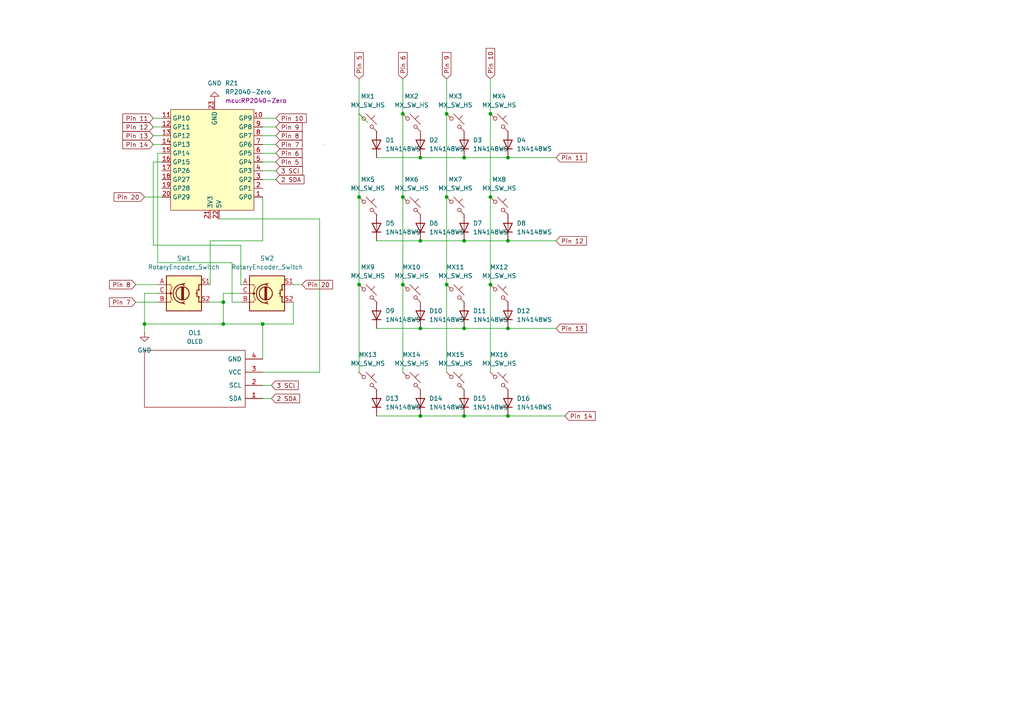
<source format=kicad_sch>
(kicad_sch
	(version 20231120)
	(generator "eeschema")
	(generator_version "8.0")
	(uuid "7a51b202-9549-49c1-b626-5899153a2660")
	(paper "A4")
	(lib_symbols
		(symbol "Device:RotaryEncoder_Switch"
			(pin_names
				(offset 0.254) hide)
			(exclude_from_sim no)
			(in_bom yes)
			(on_board yes)
			(property "Reference" "SW"
				(at 0 6.604 0)
				(effects
					(font
						(size 1.27 1.27)
					)
				)
			)
			(property "Value" "RotaryEncoder_Switch"
				(at 0 -6.604 0)
				(effects
					(font
						(size 1.27 1.27)
					)
				)
			)
			(property "Footprint" ""
				(at -3.81 4.064 0)
				(effects
					(font
						(size 1.27 1.27)
					)
					(hide yes)
				)
			)
			(property "Datasheet" "~"
				(at 0 6.604 0)
				(effects
					(font
						(size 1.27 1.27)
					)
					(hide yes)
				)
			)
			(property "Description" "Rotary encoder, dual channel, incremental quadrate outputs, with switch"
				(at 0 0 0)
				(effects
					(font
						(size 1.27 1.27)
					)
					(hide yes)
				)
			)
			(property "ki_keywords" "rotary switch encoder switch push button"
				(at 0 0 0)
				(effects
					(font
						(size 1.27 1.27)
					)
					(hide yes)
				)
			)
			(property "ki_fp_filters" "RotaryEncoder*Switch*"
				(at 0 0 0)
				(effects
					(font
						(size 1.27 1.27)
					)
					(hide yes)
				)
			)
			(symbol "RotaryEncoder_Switch_0_1"
				(rectangle
					(start -5.08 5.08)
					(end 5.08 -5.08)
					(stroke
						(width 0.254)
						(type default)
					)
					(fill
						(type background)
					)
				)
				(circle
					(center -3.81 0)
					(radius 0.254)
					(stroke
						(width 0)
						(type default)
					)
					(fill
						(type outline)
					)
				)
				(circle
					(center -0.381 0)
					(radius 1.905)
					(stroke
						(width 0.254)
						(type default)
					)
					(fill
						(type none)
					)
				)
				(arc
					(start -0.381 2.667)
					(mid -3.0988 -0.0635)
					(end -0.381 -2.794)
					(stroke
						(width 0.254)
						(type default)
					)
					(fill
						(type none)
					)
				)
				(polyline
					(pts
						(xy -0.635 -1.778) (xy -0.635 1.778)
					)
					(stroke
						(width 0.254)
						(type default)
					)
					(fill
						(type none)
					)
				)
				(polyline
					(pts
						(xy -0.381 -1.778) (xy -0.381 1.778)
					)
					(stroke
						(width 0.254)
						(type default)
					)
					(fill
						(type none)
					)
				)
				(polyline
					(pts
						(xy -0.127 1.778) (xy -0.127 -1.778)
					)
					(stroke
						(width 0.254)
						(type default)
					)
					(fill
						(type none)
					)
				)
				(polyline
					(pts
						(xy 3.81 0) (xy 3.429 0)
					)
					(stroke
						(width 0.254)
						(type default)
					)
					(fill
						(type none)
					)
				)
				(polyline
					(pts
						(xy 3.81 1.016) (xy 3.81 -1.016)
					)
					(stroke
						(width 0.254)
						(type default)
					)
					(fill
						(type none)
					)
				)
				(polyline
					(pts
						(xy -5.08 -2.54) (xy -3.81 -2.54) (xy -3.81 -2.032)
					)
					(stroke
						(width 0)
						(type default)
					)
					(fill
						(type none)
					)
				)
				(polyline
					(pts
						(xy -5.08 2.54) (xy -3.81 2.54) (xy -3.81 2.032)
					)
					(stroke
						(width 0)
						(type default)
					)
					(fill
						(type none)
					)
				)
				(polyline
					(pts
						(xy 0.254 -3.048) (xy -0.508 -2.794) (xy 0.127 -2.413)
					)
					(stroke
						(width 0.254)
						(type default)
					)
					(fill
						(type none)
					)
				)
				(polyline
					(pts
						(xy 0.254 2.921) (xy -0.508 2.667) (xy 0.127 2.286)
					)
					(stroke
						(width 0.254)
						(type default)
					)
					(fill
						(type none)
					)
				)
				(polyline
					(pts
						(xy 5.08 -2.54) (xy 4.318 -2.54) (xy 4.318 -1.016)
					)
					(stroke
						(width 0.254)
						(type default)
					)
					(fill
						(type none)
					)
				)
				(polyline
					(pts
						(xy 5.08 2.54) (xy 4.318 2.54) (xy 4.318 1.016)
					)
					(stroke
						(width 0.254)
						(type default)
					)
					(fill
						(type none)
					)
				)
				(polyline
					(pts
						(xy -5.08 0) (xy -3.81 0) (xy -3.81 -1.016) (xy -3.302 -2.032)
					)
					(stroke
						(width 0)
						(type default)
					)
					(fill
						(type none)
					)
				)
				(polyline
					(pts
						(xy -4.318 0) (xy -3.81 0) (xy -3.81 1.016) (xy -3.302 2.032)
					)
					(stroke
						(width 0)
						(type default)
					)
					(fill
						(type none)
					)
				)
				(circle
					(center 4.318 -1.016)
					(radius 0.127)
					(stroke
						(width 0.254)
						(type default)
					)
					(fill
						(type none)
					)
				)
				(circle
					(center 4.318 1.016)
					(radius 0.127)
					(stroke
						(width 0.254)
						(type default)
					)
					(fill
						(type none)
					)
				)
			)
			(symbol "RotaryEncoder_Switch_1_1"
				(pin passive line
					(at -7.62 2.54 0)
					(length 2.54)
					(name "A"
						(effects
							(font
								(size 1.27 1.27)
							)
						)
					)
					(number "A"
						(effects
							(font
								(size 1.27 1.27)
							)
						)
					)
				)
				(pin passive line
					(at -7.62 -2.54 0)
					(length 2.54)
					(name "B"
						(effects
							(font
								(size 1.27 1.27)
							)
						)
					)
					(number "B"
						(effects
							(font
								(size 1.27 1.27)
							)
						)
					)
				)
				(pin passive line
					(at -7.62 0 0)
					(length 2.54)
					(name "C"
						(effects
							(font
								(size 1.27 1.27)
							)
						)
					)
					(number "C"
						(effects
							(font
								(size 1.27 1.27)
							)
						)
					)
				)
				(pin passive line
					(at 7.62 2.54 180)
					(length 2.54)
					(name "S1"
						(effects
							(font
								(size 1.27 1.27)
							)
						)
					)
					(number "S1"
						(effects
							(font
								(size 1.27 1.27)
							)
						)
					)
				)
				(pin passive line
					(at 7.62 -2.54 180)
					(length 2.54)
					(name "S2"
						(effects
							(font
								(size 1.27 1.27)
							)
						)
					)
					(number "S2"
						(effects
							(font
								(size 1.27 1.27)
							)
						)
					)
				)
			)
		)
		(symbol "Diode:1N4148WS"
			(pin_numbers hide)
			(pin_names hide)
			(exclude_from_sim no)
			(in_bom yes)
			(on_board yes)
			(property "Reference" "D"
				(at 0 2.54 0)
				(effects
					(font
						(size 1.27 1.27)
					)
				)
			)
			(property "Value" "1N4148WS"
				(at 0 -2.54 0)
				(effects
					(font
						(size 1.27 1.27)
					)
				)
			)
			(property "Footprint" "Diode_SMD:D_SOD-323"
				(at 0 -4.445 0)
				(effects
					(font
						(size 1.27 1.27)
					)
					(hide yes)
				)
			)
			(property "Datasheet" "https://www.vishay.com/docs/85751/1n4148ws.pdf"
				(at 0 0 0)
				(effects
					(font
						(size 1.27 1.27)
					)
					(hide yes)
				)
			)
			(property "Description" "75V 0.15A Fast switching Diode, SOD-323"
				(at 0 0 0)
				(effects
					(font
						(size 1.27 1.27)
					)
					(hide yes)
				)
			)
			(property "Sim.Device" "D"
				(at 0 0 0)
				(effects
					(font
						(size 1.27 1.27)
					)
					(hide yes)
				)
			)
			(property "Sim.Pins" "1=K 2=A"
				(at 0 0 0)
				(effects
					(font
						(size 1.27 1.27)
					)
					(hide yes)
				)
			)
			(property "ki_keywords" "diode"
				(at 0 0 0)
				(effects
					(font
						(size 1.27 1.27)
					)
					(hide yes)
				)
			)
			(property "ki_fp_filters" "D*SOD?323*"
				(at 0 0 0)
				(effects
					(font
						(size 1.27 1.27)
					)
					(hide yes)
				)
			)
			(symbol "1N4148WS_0_1"
				(polyline
					(pts
						(xy -1.27 1.27) (xy -1.27 -1.27)
					)
					(stroke
						(width 0.254)
						(type default)
					)
					(fill
						(type none)
					)
				)
				(polyline
					(pts
						(xy 1.27 0) (xy -1.27 0)
					)
					(stroke
						(width 0)
						(type default)
					)
					(fill
						(type none)
					)
				)
				(polyline
					(pts
						(xy 1.27 1.27) (xy 1.27 -1.27) (xy -1.27 0) (xy 1.27 1.27)
					)
					(stroke
						(width 0.254)
						(type default)
					)
					(fill
						(type none)
					)
				)
			)
			(symbol "1N4148WS_1_1"
				(pin passive line
					(at -3.81 0 0)
					(length 2.54)
					(name "K"
						(effects
							(font
								(size 1.27 1.27)
							)
						)
					)
					(number "1"
						(effects
							(font
								(size 1.27 1.27)
							)
						)
					)
				)
				(pin passive line
					(at 3.81 0 180)
					(length 2.54)
					(name "A"
						(effects
							(font
								(size 1.27 1.27)
							)
						)
					)
					(number "2"
						(effects
							(font
								(size 1.27 1.27)
							)
						)
					)
				)
			)
		)
		(symbol "kbd:OLED"
			(pin_names
				(offset 1.016)
			)
			(exclude_from_sim no)
			(in_bom yes)
			(on_board yes)
			(property "Reference" "OL"
				(at 0 2.54 0)
				(effects
					(font
						(size 1.2954 1.2954)
					)
				)
			)
			(property "Value" "OLED"
				(at 0 -1.27 0)
				(effects
					(font
						(size 1.1938 1.1938)
					)
				)
			)
			(property "Footprint" ""
				(at 0 2.54 0)
				(effects
					(font
						(size 1.524 1.524)
					)
					(hide yes)
				)
			)
			(property "Datasheet" ""
				(at 0 2.54 0)
				(effects
					(font
						(size 1.524 1.524)
					)
					(hide yes)
				)
			)
			(property "Description" ""
				(at 0 0 0)
				(effects
					(font
						(size 1.27 1.27)
					)
					(hide yes)
				)
			)
			(symbol "OLED_0_1"
				(rectangle
					(start -13.97 8.89)
					(end 15.24 -7.62)
					(stroke
						(width 0)
						(type solid)
					)
					(fill
						(type none)
					)
				)
			)
			(symbol "OLED_1_1"
				(pin bidirectional line
					(at -19.05 6.35 0)
					(length 5.08)
					(name "SDA"
						(effects
							(font
								(size 1.27 1.27)
							)
						)
					)
					(number "1"
						(effects
							(font
								(size 1.27 1.27)
							)
						)
					)
				)
				(pin bidirectional line
					(at -19.05 2.54 0)
					(length 5.08)
					(name "SCL"
						(effects
							(font
								(size 1.27 1.27)
							)
						)
					)
					(number "2"
						(effects
							(font
								(size 1.27 1.27)
							)
						)
					)
				)
				(pin power_in line
					(at -19.05 -1.27 0)
					(length 5.08)
					(name "VCC"
						(effects
							(font
								(size 1.27 1.27)
							)
						)
					)
					(number "3"
						(effects
							(font
								(size 1.27 1.27)
							)
						)
					)
				)
				(pin power_in line
					(at -19.05 -5.08 0)
					(length 5.08)
					(name "GND"
						(effects
							(font
								(size 1.27 1.27)
							)
						)
					)
					(number "4"
						(effects
							(font
								(size 1.27 1.27)
							)
						)
					)
				)
			)
		)
		(symbol "marbastlib-mx:MX_SW_HS_CPG151101S11"
			(pin_numbers hide)
			(pin_names
				(offset 1.016) hide)
			(exclude_from_sim no)
			(in_bom yes)
			(on_board yes)
			(property "Reference" "MX"
				(at 3.048 1.016 0)
				(effects
					(font
						(size 1.27 1.27)
					)
					(justify left)
				)
			)
			(property "Value" "MX_SW_HS"
				(at 0 -3.81 0)
				(effects
					(font
						(size 1.27 1.27)
					)
				)
			)
			(property "Footprint" "PCM_marbastlib-mx:SW_MX_HS_CPG151101S11_1u"
				(at 0 0 0)
				(effects
					(font
						(size 1.27 1.27)
					)
					(hide yes)
				)
			)
			(property "Datasheet" "~"
				(at 0 0 0)
				(effects
					(font
						(size 1.27 1.27)
					)
					(hide yes)
				)
			)
			(property "Description" "Push button switch, normally open, two pins, 45° tilted, Kailh CPG151101S11 for Cherry MX style switches"
				(at 0 0 0)
				(effects
					(font
						(size 1.27 1.27)
					)
					(hide yes)
				)
			)
			(property "ki_keywords" "switch normally-open pushbutton push-button"
				(at 0 0 0)
				(effects
					(font
						(size 1.27 1.27)
					)
					(hide yes)
				)
			)
			(symbol "MX_SW_HS_CPG151101S11_0_1"
				(circle
					(center -1.1684 1.1684)
					(radius 0.508)
					(stroke
						(width 0)
						(type default)
					)
					(fill
						(type none)
					)
				)
				(polyline
					(pts
						(xy -0.508 2.54) (xy 2.54 -0.508)
					)
					(stroke
						(width 0)
						(type default)
					)
					(fill
						(type none)
					)
				)
				(polyline
					(pts
						(xy 1.016 1.016) (xy 2.032 2.032)
					)
					(stroke
						(width 0)
						(type default)
					)
					(fill
						(type none)
					)
				)
				(polyline
					(pts
						(xy -2.54 2.54) (xy -1.524 1.524) (xy -1.524 1.524)
					)
					(stroke
						(width 0)
						(type default)
					)
					(fill
						(type none)
					)
				)
				(polyline
					(pts
						(xy 1.524 -1.524) (xy 2.54 -2.54) (xy 2.54 -2.54) (xy 2.54 -2.54)
					)
					(stroke
						(width 0)
						(type default)
					)
					(fill
						(type none)
					)
				)
				(circle
					(center 1.143 -1.1938)
					(radius 0.508)
					(stroke
						(width 0)
						(type default)
					)
					(fill
						(type none)
					)
				)
				(pin passive line
					(at -2.54 2.54 0)
					(length 0)
					(name "1"
						(effects
							(font
								(size 1.27 1.27)
							)
						)
					)
					(number "1"
						(effects
							(font
								(size 1.27 1.27)
							)
						)
					)
				)
				(pin passive line
					(at 2.54 -2.54 180)
					(length 0)
					(name "2"
						(effects
							(font
								(size 1.27 1.27)
							)
						)
					)
					(number "2"
						(effects
							(font
								(size 1.27 1.27)
							)
						)
					)
				)
			)
		)
		(symbol "power:GND"
			(power)
			(pin_numbers hide)
			(pin_names
				(offset 0) hide)
			(exclude_from_sim no)
			(in_bom yes)
			(on_board yes)
			(property "Reference" "#PWR"
				(at 0 -6.35 0)
				(effects
					(font
						(size 1.27 1.27)
					)
					(hide yes)
				)
			)
			(property "Value" "GND"
				(at 0 -3.81 0)
				(effects
					(font
						(size 1.27 1.27)
					)
				)
			)
			(property "Footprint" ""
				(at 0 0 0)
				(effects
					(font
						(size 1.27 1.27)
					)
					(hide yes)
				)
			)
			(property "Datasheet" ""
				(at 0 0 0)
				(effects
					(font
						(size 1.27 1.27)
					)
					(hide yes)
				)
			)
			(property "Description" "Power symbol creates a global label with name \"GND\" , ground"
				(at 0 0 0)
				(effects
					(font
						(size 1.27 1.27)
					)
					(hide yes)
				)
			)
			(property "ki_keywords" "global power"
				(at 0 0 0)
				(effects
					(font
						(size 1.27 1.27)
					)
					(hide yes)
				)
			)
			(symbol "GND_0_1"
				(polyline
					(pts
						(xy 0 0) (xy 0 -1.27) (xy 1.27 -1.27) (xy 0 -2.54) (xy -1.27 -1.27) (xy 0 -1.27)
					)
					(stroke
						(width 0)
						(type default)
					)
					(fill
						(type none)
					)
				)
			)
			(symbol "GND_1_1"
				(pin power_in line
					(at 0 0 270)
					(length 0)
					(name "~"
						(effects
							(font
								(size 1.27 1.27)
							)
						)
					)
					(number "1"
						(effects
							(font
								(size 1.27 1.27)
							)
						)
					)
				)
			)
		)
		(symbol "rp2040-zero:RP2040-Zero"
			(exclude_from_sim no)
			(in_bom yes)
			(on_board yes)
			(property "Reference" "RZ"
				(at 0 0 0)
				(effects
					(font
						(size 1.27 1.27)
					)
				)
			)
			(property "Value" "RP2040-Zero"
				(at 0 -2.54 0)
				(effects
					(font
						(size 1.27 1.27)
					)
				)
			)
			(property "Footprint" "RP2040-Zero:RP2040-Zero"
				(at 0 0 0)
				(effects
					(font
						(size 1.27 1.27)
					)
				)
			)
			(property "Datasheet" ""
				(at 0 0 0)
				(effects
					(font
						(size 1.27 1.27)
					)
					(hide yes)
				)
			)
			(property "Description" ""
				(at 0 0 0)
				(effects
					(font
						(size 1.27 1.27)
					)
					(hide yes)
				)
			)
			(symbol "RP2040-Zero_0_1"
				(rectangle
					(start -11.43 -15.24)
					(end 12.7 13.97)
					(stroke
						(width 0)
						(type default)
					)
					(fill
						(type background)
					)
				)
			)
			(symbol "RP2040-Zero_1_1"
				(pin bidirectional line
					(at -13.97 10.16 0)
					(length 2.54)
					(name "GP0"
						(effects
							(font
								(size 1.27 1.27)
							)
						)
					)
					(number "1"
						(effects
							(font
								(size 1.27 1.27)
							)
						)
					)
				)
				(pin bidirectional line
					(at -13.97 -12.7 0)
					(length 2.54)
					(name "GP9"
						(effects
							(font
								(size 1.27 1.27)
							)
						)
					)
					(number "10"
						(effects
							(font
								(size 1.27 1.27)
							)
						)
					)
				)
				(pin bidirectional line
					(at 15.24 -12.7 180)
					(length 2.54)
					(name "GP10"
						(effects
							(font
								(size 1.27 1.27)
							)
						)
					)
					(number "11"
						(effects
							(font
								(size 1.27 1.27)
							)
						)
					)
				)
				(pin bidirectional line
					(at 15.24 -10.16 180)
					(length 2.54)
					(name "GP11"
						(effects
							(font
								(size 1.27 1.27)
							)
						)
					)
					(number "12"
						(effects
							(font
								(size 1.27 1.27)
							)
						)
					)
				)
				(pin bidirectional line
					(at 15.24 -7.62 180)
					(length 2.54)
					(name "GP12"
						(effects
							(font
								(size 1.27 1.27)
							)
						)
					)
					(number "13"
						(effects
							(font
								(size 1.27 1.27)
							)
						)
					)
				)
				(pin bidirectional line
					(at 15.24 -5.08 180)
					(length 2.54)
					(name "GP13"
						(effects
							(font
								(size 1.27 1.27)
							)
						)
					)
					(number "14"
						(effects
							(font
								(size 1.27 1.27)
							)
						)
					)
				)
				(pin bidirectional line
					(at 15.24 -2.54 180)
					(length 2.54)
					(name "GP14"
						(effects
							(font
								(size 1.27 1.27)
							)
						)
					)
					(number "15"
						(effects
							(font
								(size 1.27 1.27)
							)
						)
					)
				)
				(pin bidirectional line
					(at 15.24 0 180)
					(length 2.54)
					(name "GP15"
						(effects
							(font
								(size 1.27 1.27)
							)
						)
					)
					(number "16"
						(effects
							(font
								(size 1.27 1.27)
							)
						)
					)
				)
				(pin bidirectional line
					(at 15.24 2.54 180)
					(length 2.54)
					(name "GP26"
						(effects
							(font
								(size 1.27 1.27)
							)
						)
					)
					(number "17"
						(effects
							(font
								(size 1.27 1.27)
							)
						)
					)
				)
				(pin bidirectional line
					(at 15.24 5.08 180)
					(length 2.54)
					(name "GP27"
						(effects
							(font
								(size 1.27 1.27)
							)
						)
					)
					(number "18"
						(effects
							(font
								(size 1.27 1.27)
							)
						)
					)
				)
				(pin bidirectional line
					(at 15.24 7.62 180)
					(length 2.54)
					(name "GP28"
						(effects
							(font
								(size 1.27 1.27)
							)
						)
					)
					(number "19"
						(effects
							(font
								(size 1.27 1.27)
							)
						)
					)
				)
				(pin bidirectional line
					(at -13.97 7.62 0)
					(length 2.54)
					(name "GP1"
						(effects
							(font
								(size 1.27 1.27)
							)
						)
					)
					(number "2"
						(effects
							(font
								(size 1.27 1.27)
							)
						)
					)
				)
				(pin bidirectional line
					(at 15.24 10.16 180)
					(length 2.54)
					(name "GP29"
						(effects
							(font
								(size 1.27 1.27)
							)
						)
					)
					(number "20"
						(effects
							(font
								(size 1.27 1.27)
							)
						)
					)
				)
				(pin power_in line
					(at 1.27 16.51 270)
					(length 2.54)
					(name "3V3"
						(effects
							(font
								(size 1.27 1.27)
							)
						)
					)
					(number "21"
						(effects
							(font
								(size 1.27 1.27)
							)
						)
					)
				)
				(pin power_in line
					(at -1.27 16.51 270)
					(length 2.54)
					(name "5V"
						(effects
							(font
								(size 1.27 1.27)
							)
						)
					)
					(number "22"
						(effects
							(font
								(size 1.27 1.27)
							)
						)
					)
				)
				(pin power_in line
					(at 0 -17.78 90)
					(length 2.54)
					(name "GND"
						(effects
							(font
								(size 1.27 1.27)
							)
						)
					)
					(number "23"
						(effects
							(font
								(size 1.27 1.27)
							)
						)
					)
				)
				(pin bidirectional line
					(at -13.97 5.08 0)
					(length 2.54)
					(name "GP2"
						(effects
							(font
								(size 1.27 1.27)
							)
						)
					)
					(number "3"
						(effects
							(font
								(size 1.27 1.27)
							)
						)
					)
				)
				(pin bidirectional line
					(at -13.97 2.54 0)
					(length 2.54)
					(name "GP3"
						(effects
							(font
								(size 1.27 1.27)
							)
						)
					)
					(number "4"
						(effects
							(font
								(size 1.27 1.27)
							)
						)
					)
				)
				(pin bidirectional line
					(at -13.97 0 0)
					(length 2.54)
					(name "GP4"
						(effects
							(font
								(size 1.27 1.27)
							)
						)
					)
					(number "5"
						(effects
							(font
								(size 1.27 1.27)
							)
						)
					)
				)
				(pin bidirectional line
					(at -13.97 -2.54 0)
					(length 2.54)
					(name "GP5"
						(effects
							(font
								(size 1.27 1.27)
							)
						)
					)
					(number "6"
						(effects
							(font
								(size 1.27 1.27)
							)
						)
					)
				)
				(pin bidirectional line
					(at -13.97 -5.08 0)
					(length 2.54)
					(name "GP6"
						(effects
							(font
								(size 1.27 1.27)
							)
						)
					)
					(number "7"
						(effects
							(font
								(size 1.27 1.27)
							)
						)
					)
				)
				(pin bidirectional line
					(at -13.97 -7.62 0)
					(length 2.54)
					(name "GP7"
						(effects
							(font
								(size 1.27 1.27)
							)
						)
					)
					(number "8"
						(effects
							(font
								(size 1.27 1.27)
							)
						)
					)
				)
				(pin bidirectional line
					(at -13.97 -10.16 0)
					(length 2.54)
					(name "GP8"
						(effects
							(font
								(size 1.27 1.27)
							)
						)
					)
					(number "9"
						(effects
							(font
								(size 1.27 1.27)
							)
						)
					)
				)
			)
		)
	)
	(junction
		(at 116.84 82.55)
		(diameter 0)
		(color 0 0 0 0)
		(uuid "0086768f-89f8-4ad4-a8ec-a97f0ce3ba5c")
	)
	(junction
		(at 121.92 120.65)
		(diameter 0)
		(color 0 0 0 0)
		(uuid "09c617e0-0ad0-4789-8e9c-5dcf804d94ce")
	)
	(junction
		(at 147.32 120.65)
		(diameter 0)
		(color 0 0 0 0)
		(uuid "0d8af6a2-02a1-400b-801c-0bdc3ff0630d")
	)
	(junction
		(at 121.92 69.85)
		(diameter 0)
		(color 0 0 0 0)
		(uuid "0dd2f2b7-0a24-4c2d-aec0-9515ff88552d")
	)
	(junction
		(at 104.14 57.15)
		(diameter 0)
		(color 0 0 0 0)
		(uuid "20b01461-3ba7-4b1b-aa76-7d4c44bdd32b")
	)
	(junction
		(at 142.24 57.15)
		(diameter 0)
		(color 0 0 0 0)
		(uuid "25eefd8c-6257-4914-a53f-a22ac80165f3")
	)
	(junction
		(at 142.24 82.55)
		(diameter 0)
		(color 0 0 0 0)
		(uuid "3166edf6-90d0-4623-8ab6-362d35f63b32")
	)
	(junction
		(at 129.54 82.55)
		(diameter 0)
		(color 0 0 0 0)
		(uuid "3e208499-ac30-407c-954a-d4c5a4042747")
	)
	(junction
		(at 134.62 120.65)
		(diameter 0)
		(color 0 0 0 0)
		(uuid "505afca3-c0b5-4cb6-948b-359e6d1f2657")
	)
	(junction
		(at 134.62 45.72)
		(diameter 0)
		(color 0 0 0 0)
		(uuid "53184eb5-06dc-4bba-90db-be8fc96ac64c")
	)
	(junction
		(at 134.62 95.25)
		(diameter 0)
		(color 0 0 0 0)
		(uuid "58300d83-4195-4e2d-98cc-5c0304fc3e7c")
	)
	(junction
		(at 41.91 93.98)
		(diameter 0)
		(color 0 0 0 0)
		(uuid "606defd5-96f7-4a4d-a4a3-5be1037254b3")
	)
	(junction
		(at 134.62 69.85)
		(diameter 0)
		(color 0 0 0 0)
		(uuid "720b3f3d-9dd2-40a8-b811-bf0252395a91")
	)
	(junction
		(at 129.54 57.15)
		(diameter 0)
		(color 0 0 0 0)
		(uuid "83a6fdcb-0a32-4280-b9f7-526d4f99b3a0")
	)
	(junction
		(at 116.84 57.15)
		(diameter 0)
		(color 0 0 0 0)
		(uuid "a1b1f5da-e2b7-4484-bb69-a36436974b9b")
	)
	(junction
		(at 147.32 95.25)
		(diameter 0)
		(color 0 0 0 0)
		(uuid "b31c063b-3135-400a-8787-c72b16eb52f6")
	)
	(junction
		(at 64.77 93.98)
		(diameter 0)
		(color 0 0 0 0)
		(uuid "b3c81f54-43b5-49dc-b0a4-f4280853b106")
	)
	(junction
		(at 64.77 87.63)
		(diameter 0)
		(color 0 0 0 0)
		(uuid "b5cc5c72-9494-4ea8-9493-4a7c2cd726cd")
	)
	(junction
		(at 104.14 82.55)
		(diameter 0)
		(color 0 0 0 0)
		(uuid "b8afe1cb-23fd-48b6-940c-56256d154e44")
	)
	(junction
		(at 147.32 69.85)
		(diameter 0)
		(color 0 0 0 0)
		(uuid "be885dcd-4119-48e3-a414-500b8a2f8031")
	)
	(junction
		(at 121.92 95.25)
		(diameter 0)
		(color 0 0 0 0)
		(uuid "d3156b52-ff85-41ea-82e6-cbd8da0bc8df")
	)
	(junction
		(at 147.32 45.72)
		(diameter 0)
		(color 0 0 0 0)
		(uuid "d4718074-b40d-4656-8b46-c98aa8201198")
	)
	(junction
		(at 116.84 33.02)
		(diameter 0)
		(color 0 0 0 0)
		(uuid "d49c3643-3e7c-4d92-9fb0-8919ad1611ff")
	)
	(junction
		(at 142.24 33.02)
		(diameter 0)
		(color 0 0 0 0)
		(uuid "d50a8d3f-8218-4acb-97a2-940c7a348371")
	)
	(junction
		(at 121.92 45.72)
		(diameter 0)
		(color 0 0 0 0)
		(uuid "e05c52e2-ce2a-487b-ac85-731473ff6f2b")
	)
	(junction
		(at 76.2 93.98)
		(diameter 0)
		(color 0 0 0 0)
		(uuid "f5f58836-dca5-47a6-92d2-dae9829e8d52")
	)
	(junction
		(at 129.54 33.02)
		(diameter 0)
		(color 0 0 0 0)
		(uuid "f9f34b93-694d-4e0d-a07e-b504501195db")
	)
	(bus_entry
		(at 104.14 33.02)
		(size 2.54 2.54)
		(stroke
			(width 0)
			(type default)
		)
		(uuid "5aa02cad-c25b-452c-82ac-6d31f35d6ef8")
	)
	(wire
		(pts
			(xy 45.72 85.09) (xy 41.91 85.09)
		)
		(stroke
			(width 0)
			(type default)
		)
		(uuid "013fc5df-2efa-4140-af66-0e54e2c35af6")
	)
	(wire
		(pts
			(xy 69.85 82.55) (xy 69.85 71.12)
		)
		(stroke
			(width 0)
			(type default)
		)
		(uuid "044854cf-92de-4ead-a789-7c94e851c404")
	)
	(wire
		(pts
			(xy 85.09 93.98) (xy 85.09 87.63)
		)
		(stroke
			(width 0)
			(type default)
		)
		(uuid "066ceac1-cce3-4734-993c-f6575d2a2749")
	)
	(wire
		(pts
			(xy 129.54 82.55) (xy 129.54 107.95)
		)
		(stroke
			(width 0)
			(type default)
		)
		(uuid "08bf45ec-9ab3-49f7-95a1-71dd57690c3e")
	)
	(wire
		(pts
			(xy 116.84 82.55) (xy 116.84 107.95)
		)
		(stroke
			(width 0)
			(type default)
		)
		(uuid "0a524150-e313-4f87-92ae-6f68292c4344")
	)
	(wire
		(pts
			(xy 129.54 57.15) (xy 129.54 82.55)
		)
		(stroke
			(width 0)
			(type default)
		)
		(uuid "0dc642ec-fd6c-4f21-91db-e15ee259ebcf")
	)
	(wire
		(pts
			(xy 44.45 34.29) (xy 46.99 34.29)
		)
		(stroke
			(width 0)
			(type default)
		)
		(uuid "0feaf4bd-c8e7-4573-b78e-f6628874b6b2")
	)
	(wire
		(pts
			(xy 76.2 41.91) (xy 80.01 41.91)
		)
		(stroke
			(width 0)
			(type default)
		)
		(uuid "116574f5-ce5c-4f6e-ab0c-4018dfb21c2d")
	)
	(wire
		(pts
			(xy 76.2 115.57) (xy 78.74 115.57)
		)
		(stroke
			(width 0)
			(type default)
		)
		(uuid "125b1757-e6b5-4838-9b9a-a46b2107fe31")
	)
	(wire
		(pts
			(xy 121.92 69.85) (xy 134.62 69.85)
		)
		(stroke
			(width 0)
			(type default)
		)
		(uuid "190d7195-04dc-4d61-aeea-1522a3235c53")
	)
	(wire
		(pts
			(xy 142.24 57.15) (xy 142.24 82.55)
		)
		(stroke
			(width 0)
			(type default)
		)
		(uuid "1c11d067-ad13-4442-934f-6208c1b94187")
	)
	(wire
		(pts
			(xy 76.2 111.76) (xy 78.74 111.76)
		)
		(stroke
			(width 0)
			(type default)
		)
		(uuid "204fcbad-f5d4-46ec-b256-742259fe96f2")
	)
	(wire
		(pts
			(xy 147.32 95.25) (xy 161.29 95.25)
		)
		(stroke
			(width 0)
			(type default)
		)
		(uuid "21045dc9-342f-40ae-baec-421100bd2d52")
	)
	(wire
		(pts
			(xy 121.92 95.25) (xy 134.62 95.25)
		)
		(stroke
			(width 0)
			(type default)
		)
		(uuid "26cf4ea8-9363-41a0-bc79-8adc74197fe0")
	)
	(wire
		(pts
			(xy 104.14 22.86) (xy 104.14 33.02)
		)
		(stroke
			(width 0)
			(type default)
		)
		(uuid "32150feb-483c-402a-882c-62aa8f385eb6")
	)
	(wire
		(pts
			(xy 60.96 87.63) (xy 64.77 87.63)
		)
		(stroke
			(width 0)
			(type default)
		)
		(uuid "3380fe42-1f23-4b5d-835d-10a3765a8526")
	)
	(wire
		(pts
			(xy 45.72 44.45) (xy 46.99 44.45)
		)
		(stroke
			(width 0)
			(type default)
		)
		(uuid "37585e3c-5036-43a9-8214-65c240b1a972")
	)
	(wire
		(pts
			(xy 142.24 22.86) (xy 142.24 33.02)
		)
		(stroke
			(width 0)
			(type default)
		)
		(uuid "397b55a1-3858-4f44-8b4c-d4c05ce54b09")
	)
	(wire
		(pts
			(xy 116.84 57.15) (xy 116.84 82.55)
		)
		(stroke
			(width 0)
			(type default)
		)
		(uuid "3a786271-af53-476a-b398-2338a9515739")
	)
	(wire
		(pts
			(xy 104.14 82.55) (xy 104.14 107.95)
		)
		(stroke
			(width 0)
			(type default)
		)
		(uuid "3aa15386-0200-4796-a6ec-36d27b2d151e")
	)
	(wire
		(pts
			(xy 69.85 85.09) (xy 64.77 85.09)
		)
		(stroke
			(width 0)
			(type default)
		)
		(uuid "3dd45cc0-3fea-4dd7-971e-0437a12ebf6c")
	)
	(wire
		(pts
			(xy 92.71 107.95) (xy 76.2 107.95)
		)
		(stroke
			(width 0)
			(type default)
		)
		(uuid "418cf798-9ea3-4ec0-8a0a-ec2e2d2f62ff")
	)
	(wire
		(pts
			(xy 76.2 36.83) (xy 80.01 36.83)
		)
		(stroke
			(width 0)
			(type default)
		)
		(uuid "46262471-dfd0-498e-8d0f-9cfe08b1bebb")
	)
	(wire
		(pts
			(xy 109.22 45.72) (xy 121.92 45.72)
		)
		(stroke
			(width 0)
			(type default)
		)
		(uuid "4c5d15ec-9e41-4b25-a11c-9b161fd31655")
	)
	(wire
		(pts
			(xy 44.45 46.99) (xy 46.99 46.99)
		)
		(stroke
			(width 0)
			(type default)
		)
		(uuid "4e66cbb6-36b9-44ba-afea-47514130e99b")
	)
	(wire
		(pts
			(xy 39.37 87.63) (xy 45.72 87.63)
		)
		(stroke
			(width 0)
			(type default)
		)
		(uuid "537f4fd3-7c4a-4b3d-9102-7a266731953c")
	)
	(wire
		(pts
			(xy 147.32 69.85) (xy 161.29 69.85)
		)
		(stroke
			(width 0)
			(type default)
		)
		(uuid "546b2ffa-f5f7-4962-a541-0265ebef3f30")
	)
	(wire
		(pts
			(xy 142.24 33.02) (xy 142.24 57.15)
		)
		(stroke
			(width 0)
			(type default)
		)
		(uuid "57f82345-2878-4215-8256-04d57f92ff68")
	)
	(wire
		(pts
			(xy 44.45 39.37) (xy 46.99 39.37)
		)
		(stroke
			(width 0)
			(type default)
		)
		(uuid "5896a0b8-4cd6-49d4-a94a-4c08a34dcb46")
	)
	(wire
		(pts
			(xy 63.5 63.5) (xy 92.71 63.5)
		)
		(stroke
			(width 0)
			(type default)
		)
		(uuid "5a857bbd-a30a-4ba1-8750-d2d82a96e923")
	)
	(wire
		(pts
			(xy 134.62 69.85) (xy 147.32 69.85)
		)
		(stroke
			(width 0)
			(type default)
		)
		(uuid "6003f4e1-44f9-497d-a58d-bb4b3cb991bb")
	)
	(wire
		(pts
			(xy 69.85 71.12) (xy 44.45 71.12)
		)
		(stroke
			(width 0)
			(type default)
		)
		(uuid "61fb91e8-eebd-4ec0-bca6-65e4fa536d5f")
	)
	(wire
		(pts
			(xy 64.77 87.63) (xy 64.77 93.98)
		)
		(stroke
			(width 0)
			(type default)
		)
		(uuid "65cd3a26-c0c8-435e-a140-3d856ebc550a")
	)
	(wire
		(pts
			(xy 129.54 22.86) (xy 129.54 33.02)
		)
		(stroke
			(width 0)
			(type default)
		)
		(uuid "6612a92d-c983-4ba7-881e-a1970367f35b")
	)
	(wire
		(pts
			(xy 60.96 69.85) (xy 76.2 69.85)
		)
		(stroke
			(width 0)
			(type default)
		)
		(uuid "6699cfdf-42e0-4a71-bf7f-9fd9c2a07788")
	)
	(wire
		(pts
			(xy 104.14 57.15) (xy 104.14 82.55)
		)
		(stroke
			(width 0)
			(type default)
		)
		(uuid "67942b7d-9427-4fa6-8a06-ac38279d28ec")
	)
	(wire
		(pts
			(xy 44.45 41.91) (xy 46.99 41.91)
		)
		(stroke
			(width 0)
			(type default)
		)
		(uuid "70932b07-8df8-4cec-a853-5402454e5bb9")
	)
	(wire
		(pts
			(xy 45.72 44.45) (xy 45.72 76.2)
		)
		(stroke
			(width 0)
			(type default)
		)
		(uuid "712f046e-a1b9-447a-a598-7967bef9c92e")
	)
	(wire
		(pts
			(xy 76.2 93.98) (xy 85.09 93.98)
		)
		(stroke
			(width 0)
			(type default)
		)
		(uuid "71a8c888-cb1f-47c8-b4c0-522e92a4affb")
	)
	(wire
		(pts
			(xy 41.91 85.09) (xy 41.91 93.98)
		)
		(stroke
			(width 0)
			(type default)
		)
		(uuid "7c450183-774d-495c-9565-00578620254a")
	)
	(wire
		(pts
			(xy 39.37 82.55) (xy 45.72 82.55)
		)
		(stroke
			(width 0)
			(type default)
		)
		(uuid "807197da-642f-4251-9597-6069ad563cad")
	)
	(wire
		(pts
			(xy 121.92 120.65) (xy 134.62 120.65)
		)
		(stroke
			(width 0)
			(type default)
		)
		(uuid "807550cc-8a82-469d-b7b3-ed9269c473d2")
	)
	(wire
		(pts
			(xy 116.84 33.02) (xy 116.84 57.15)
		)
		(stroke
			(width 0)
			(type default)
		)
		(uuid "8136fe74-2b0b-4b63-9019-6a2159b09ce8")
	)
	(wire
		(pts
			(xy 109.22 69.85) (xy 121.92 69.85)
		)
		(stroke
			(width 0)
			(type default)
		)
		(uuid "867173e1-8619-4ab2-9b64-3425cddf9a85")
	)
	(wire
		(pts
			(xy 134.62 120.65) (xy 147.32 120.65)
		)
		(stroke
			(width 0)
			(type default)
		)
		(uuid "8dece847-97db-4130-8f14-aadd9f6b9af8")
	)
	(wire
		(pts
			(xy 64.77 93.98) (xy 76.2 93.98)
		)
		(stroke
			(width 0)
			(type default)
		)
		(uuid "9673c36d-aa29-4423-bdfc-300bd099a92f")
	)
	(wire
		(pts
			(xy 64.77 85.09) (xy 64.77 87.63)
		)
		(stroke
			(width 0)
			(type default)
		)
		(uuid "9887b3fe-9854-4ba4-b2d1-3f9093e6db18")
	)
	(wire
		(pts
			(xy 92.71 63.5) (xy 92.71 107.95)
		)
		(stroke
			(width 0)
			(type default)
		)
		(uuid "9ac7e49e-00c5-4754-aa87-6d69a4ceffe0")
	)
	(wire
		(pts
			(xy 44.45 46.99) (xy 44.45 71.12)
		)
		(stroke
			(width 0)
			(type default)
		)
		(uuid "9acfdb7e-3124-4e01-a798-71870c135801")
	)
	(wire
		(pts
			(xy 147.32 120.65) (xy 163.83 120.65)
		)
		(stroke
			(width 0)
			(type default)
		)
		(uuid "9d4dad65-4bd7-4068-9748-973035fc657b")
	)
	(wire
		(pts
			(xy 41.91 93.98) (xy 41.91 96.52)
		)
		(stroke
			(width 0)
			(type default)
		)
		(uuid "a3557751-786b-4d2c-b40b-0708d442438d")
	)
	(wire
		(pts
			(xy 67.31 76.2) (xy 67.31 87.63)
		)
		(stroke
			(width 0)
			(type default)
		)
		(uuid "a4618c35-f699-4176-a794-7425018cd1bf")
	)
	(wire
		(pts
			(xy 109.22 120.65) (xy 121.92 120.65)
		)
		(stroke
			(width 0)
			(type default)
		)
		(uuid "a7cf4fa7-6009-4349-9cc5-9501f6268a90")
	)
	(wire
		(pts
			(xy 76.2 39.37) (xy 80.01 39.37)
		)
		(stroke
			(width 0)
			(type default)
		)
		(uuid "a853ad81-c602-49f8-b101-6c6630c0dd92")
	)
	(wire
		(pts
			(xy 147.32 45.72) (xy 161.29 45.72)
		)
		(stroke
			(width 0)
			(type default)
		)
		(uuid "a96dbe2c-c62b-40a3-99ee-ae256d969214")
	)
	(wire
		(pts
			(xy 44.45 36.83) (xy 46.99 36.83)
		)
		(stroke
			(width 0)
			(type default)
		)
		(uuid "b1a0b368-ad08-49ed-861a-c97b0eb36a99")
	)
	(wire
		(pts
			(xy 129.54 33.02) (xy 129.54 57.15)
		)
		(stroke
			(width 0)
			(type default)
		)
		(uuid "b1e30afb-325d-47c5-9db7-4aa4b5f5c192")
	)
	(wire
		(pts
			(xy 76.2 93.98) (xy 76.2 104.14)
		)
		(stroke
			(width 0)
			(type default)
		)
		(uuid "badd456c-64e0-4435-9b1b-42b9bca54a10")
	)
	(wire
		(pts
			(xy 76.2 34.29) (xy 80.01 34.29)
		)
		(stroke
			(width 0)
			(type default)
		)
		(uuid "be9df6fe-442a-463f-96bd-b577b173f54c")
	)
	(wire
		(pts
			(xy 76.2 49.53) (xy 80.01 49.53)
		)
		(stroke
			(width 0)
			(type default)
		)
		(uuid "c042e17a-8f5d-4ff8-8326-0d526758aa2d")
	)
	(wire
		(pts
			(xy 41.91 93.98) (xy 64.77 93.98)
		)
		(stroke
			(width 0)
			(type default)
		)
		(uuid "c04c4a7b-d7fd-498a-a731-16757a26c98d")
	)
	(wire
		(pts
			(xy 45.72 76.2) (xy 67.31 76.2)
		)
		(stroke
			(width 0)
			(type default)
		)
		(uuid "c2d50807-8bdc-4ff3-86db-d90ef738bcd9")
	)
	(wire
		(pts
			(xy 85.09 82.55) (xy 87.63 82.55)
		)
		(stroke
			(width 0)
			(type default)
		)
		(uuid "c32f23b0-8513-4c46-97db-4ed6d5cb4ffa")
	)
	(wire
		(pts
			(xy 134.62 95.25) (xy 147.32 95.25)
		)
		(stroke
			(width 0)
			(type default)
		)
		(uuid "ca012e35-e415-40e3-bcc4-d1138e1913c8")
	)
	(wire
		(pts
			(xy 76.2 44.45) (xy 80.01 44.45)
		)
		(stroke
			(width 0)
			(type default)
		)
		(uuid "ce1b95e5-a5db-402d-8d58-ad905588b0db")
	)
	(wire
		(pts
			(xy 41.91 57.15) (xy 46.99 57.15)
		)
		(stroke
			(width 0)
			(type default)
		)
		(uuid "d62fabcf-7afb-4102-998d-acbcbcd0ce98")
	)
	(wire
		(pts
			(xy 142.24 82.55) (xy 142.24 107.95)
		)
		(stroke
			(width 0)
			(type default)
		)
		(uuid "d92f8c69-be1a-4703-8056-32b1daad5bb1")
	)
	(wire
		(pts
			(xy 67.31 87.63) (xy 69.85 87.63)
		)
		(stroke
			(width 0)
			(type default)
		)
		(uuid "dac78d5c-4ce9-4cfb-af64-293b7572b3c9")
	)
	(wire
		(pts
			(xy 104.14 33.02) (xy 104.14 57.15)
		)
		(stroke
			(width 0)
			(type default)
		)
		(uuid "dcfbbc3a-4ffd-4d86-a1df-1015d330ea6d")
	)
	(wire
		(pts
			(xy 116.84 22.86) (xy 116.84 33.02)
		)
		(stroke
			(width 0)
			(type default)
		)
		(uuid "dd49c180-119c-49f3-bdbc-b60284257d65")
	)
	(wire
		(pts
			(xy 60.96 82.55) (xy 60.96 69.85)
		)
		(stroke
			(width 0)
			(type default)
		)
		(uuid "de0dacba-9339-4f92-9e69-41b98a932900")
	)
	(wire
		(pts
			(xy 121.92 45.72) (xy 134.62 45.72)
		)
		(stroke
			(width 0)
			(type default)
		)
		(uuid "e19ac18d-a1a0-46ff-9e57-c53a4b6063f0")
	)
	(wire
		(pts
			(xy 134.62 45.72) (xy 147.32 45.72)
		)
		(stroke
			(width 0)
			(type default)
		)
		(uuid "e4c13676-8885-4a59-85d0-517521da4846")
	)
	(wire
		(pts
			(xy 76.2 52.07) (xy 80.01 52.07)
		)
		(stroke
			(width 0)
			(type default)
		)
		(uuid "e8005257-a754-4d96-aaca-ffe489cd05ea")
	)
	(wire
		(pts
			(xy 109.22 95.25) (xy 121.92 95.25)
		)
		(stroke
			(width 0)
			(type default)
		)
		(uuid "e89e49c2-f3dd-4acc-98ed-19288f324c4b")
	)
	(wire
		(pts
			(xy 76.2 46.99) (xy 80.01 46.99)
		)
		(stroke
			(width 0)
			(type default)
		)
		(uuid "ee6de877-fd3a-4c7a-adfb-c833976752e3")
	)
	(wire
		(pts
			(xy 76.2 69.85) (xy 76.2 57.15)
		)
		(stroke
			(width 0)
			(type default)
		)
		(uuid "fefff528-2346-468e-920c-6fc8f4b86569")
	)
	(arc
		(start 93.98 41.91)
		(mid 93.98 41.91)
		(end 93.98 41.91)
		(stroke
			(width 0)
			(type default)
		)
		(fill
			(type none)
		)
		(uuid f3f08e22-0324-47f1-a0c9-b02be57e36ad)
	)
	(global_label "Pin 7"
		(shape input)
		(at 39.37 87.63 180)
		(fields_autoplaced yes)
		(effects
			(font
				(size 1.27 1.27)
			)
			(justify right)
		)
		(uuid "0203d7c9-335a-432e-b183-979fdd6b8c39")
		(property "Intersheetrefs" "${INTERSHEET_REFS}"
			(at 31.1839 87.63 0)
			(effects
				(font
					(size 1.27 1.27)
				)
				(justify right)
				(hide yes)
			)
		)
	)
	(global_label "Pin 12"
		(shape input)
		(at 161.29 69.85 0)
		(fields_autoplaced yes)
		(effects
			(font
				(size 1.27 1.27)
			)
			(justify left)
		)
		(uuid "0442aa0d-7d52-4864-9b17-bf85965fbef2")
		(property "Intersheetrefs" "${INTERSHEET_REFS}"
			(at 170.6856 69.85 0)
			(effects
				(font
					(size 1.27 1.27)
				)
				(justify left)
				(hide yes)
			)
		)
	)
	(global_label "Pin 12"
		(shape input)
		(at 44.45 36.83 180)
		(fields_autoplaced yes)
		(effects
			(font
				(size 1.27 1.27)
			)
			(justify right)
		)
		(uuid "06db0a2e-2526-4c87-a3fe-59e5efdb25b1")
		(property "Intersheetrefs" "${INTERSHEET_REFS}"
			(at 35.0544 36.83 0)
			(effects
				(font
					(size 1.27 1.27)
				)
				(justify right)
				(hide yes)
			)
		)
	)
	(global_label "Pin 7"
		(shape input)
		(at 80.01 41.91 0)
		(fields_autoplaced yes)
		(effects
			(font
				(size 1.27 1.27)
			)
			(justify left)
		)
		(uuid "0846f3e4-08da-4a1b-8bab-4c88049a8915")
		(property "Intersheetrefs" "${INTERSHEET_REFS}"
			(at 88.1961 41.91 0)
			(effects
				(font
					(size 1.27 1.27)
				)
				(justify left)
				(hide yes)
			)
		)
	)
	(global_label "Pin 5"
		(shape input)
		(at 80.01 46.99 0)
		(fields_autoplaced yes)
		(effects
			(font
				(size 1.27 1.27)
			)
			(justify left)
		)
		(uuid "08975d97-ff6f-4e33-86af-19df11a5913a")
		(property "Intersheetrefs" "${INTERSHEET_REFS}"
			(at 88.1961 46.99 0)
			(effects
				(font
					(size 1.27 1.27)
				)
				(justify left)
				(hide yes)
			)
		)
	)
	(global_label "Pin 11"
		(shape input)
		(at 44.45 34.29 180)
		(fields_autoplaced yes)
		(effects
			(font
				(size 1.27 1.27)
			)
			(justify right)
		)
		(uuid "1b27d329-6a22-45dc-b5b0-dced1f1fbd9f")
		(property "Intersheetrefs" "${INTERSHEET_REFS}"
			(at 35.0544 34.29 0)
			(effects
				(font
					(size 1.27 1.27)
				)
				(justify right)
				(hide yes)
			)
		)
	)
	(global_label "Pin 20"
		(shape input)
		(at 41.91 57.15 180)
		(fields_autoplaced yes)
		(effects
			(font
				(size 1.27 1.27)
			)
			(justify right)
		)
		(uuid "2a5ea788-2f9a-4741-9f25-fd5afa97f568")
		(property "Intersheetrefs" "${INTERSHEET_REFS}"
			(at 32.5144 57.15 0)
			(effects
				(font
					(size 1.27 1.27)
				)
				(justify right)
				(hide yes)
			)
		)
	)
	(global_label "3 SCl"
		(shape input)
		(at 80.01 49.53 0)
		(fields_autoplaced yes)
		(effects
			(font
				(size 1.27 1.27)
			)
			(justify left)
		)
		(uuid "363158cc-ddce-4883-bfee-4ffed9e68456")
		(property "Intersheetrefs" "${INTERSHEET_REFS}"
			(at 88.317 49.53 0)
			(effects
				(font
					(size 1.27 1.27)
				)
				(justify left)
				(hide yes)
			)
		)
	)
	(global_label "Pin 14"
		(shape input)
		(at 44.45 41.91 180)
		(fields_autoplaced yes)
		(effects
			(font
				(size 1.27 1.27)
			)
			(justify right)
		)
		(uuid "3e352679-7a33-49c9-80e2-5a3a20a4b728")
		(property "Intersheetrefs" "${INTERSHEET_REFS}"
			(at 35.0544 41.91 0)
			(effects
				(font
					(size 1.27 1.27)
				)
				(justify right)
				(hide yes)
			)
		)
	)
	(global_label "Pin 13"
		(shape input)
		(at 44.45 39.37 180)
		(fields_autoplaced yes)
		(effects
			(font
				(size 1.27 1.27)
			)
			(justify right)
		)
		(uuid "41dc9f3e-b7d7-4a59-b676-501a308c25f4")
		(property "Intersheetrefs" "${INTERSHEET_REFS}"
			(at 35.0544 39.37 0)
			(effects
				(font
					(size 1.27 1.27)
				)
				(justify right)
				(hide yes)
			)
		)
	)
	(global_label "Pin 11"
		(shape input)
		(at 161.29 45.72 0)
		(fields_autoplaced yes)
		(effects
			(font
				(size 1.27 1.27)
			)
			(justify left)
		)
		(uuid "42fdd386-8698-49b6-ba5a-3e5e04d3b225")
		(property "Intersheetrefs" "${INTERSHEET_REFS}"
			(at 170.6856 45.72 0)
			(effects
				(font
					(size 1.27 1.27)
				)
				(justify left)
				(hide yes)
			)
		)
	)
	(global_label "2 SDA"
		(shape input)
		(at 78.74 115.57 0)
		(fields_autoplaced yes)
		(effects
			(font
				(size 1.27 1.27)
			)
			(justify left)
		)
		(uuid "4d3299d4-c9e4-4658-96aa-2c00a00aabed")
		(property "Intersheetrefs" "${INTERSHEET_REFS}"
			(at 87.4704 115.57 0)
			(effects
				(font
					(size 1.27 1.27)
				)
				(justify left)
				(hide yes)
			)
		)
	)
	(global_label "Pin 20"
		(shape input)
		(at 87.63 82.55 0)
		(fields_autoplaced yes)
		(effects
			(font
				(size 1.27 1.27)
			)
			(justify left)
		)
		(uuid "51a354f3-0b58-41a5-9882-a7ce4a0a5eb0")
		(property "Intersheetrefs" "${INTERSHEET_REFS}"
			(at 97.0256 82.55 0)
			(effects
				(font
					(size 1.27 1.27)
				)
				(justify left)
				(hide yes)
			)
		)
	)
	(global_label "Pin 10"
		(shape input)
		(at 142.24 22.86 90)
		(fields_autoplaced yes)
		(effects
			(font
				(size 1.27 1.27)
			)
			(justify left)
		)
		(uuid "5f1ba58b-538b-4782-806d-3e1d56cc655b")
		(property "Intersheetrefs" "${INTERSHEET_REFS}"
			(at 142.24 13.4644 90)
			(effects
				(font
					(size 1.27 1.27)
				)
				(justify left)
				(hide yes)
			)
		)
	)
	(global_label "Pin 8"
		(shape input)
		(at 39.37 82.55 180)
		(fields_autoplaced yes)
		(effects
			(font
				(size 1.27 1.27)
			)
			(justify right)
		)
		(uuid "6596120d-f37b-4d48-8dab-94e369adbdd9")
		(property "Intersheetrefs" "${INTERSHEET_REFS}"
			(at 31.1839 82.55 0)
			(effects
				(font
					(size 1.27 1.27)
				)
				(justify right)
				(hide yes)
			)
		)
	)
	(global_label "Pin 14"
		(shape input)
		(at 163.83 120.65 0)
		(fields_autoplaced yes)
		(effects
			(font
				(size 1.27 1.27)
			)
			(justify left)
		)
		(uuid "86b5ee93-de49-43ac-95ae-24f69fb7c98e")
		(property "Intersheetrefs" "${INTERSHEET_REFS}"
			(at 173.2256 120.65 0)
			(effects
				(font
					(size 1.27 1.27)
				)
				(justify left)
				(hide yes)
			)
		)
	)
	(global_label "Pin 8"
		(shape input)
		(at 80.01 39.37 0)
		(fields_autoplaced yes)
		(effects
			(font
				(size 1.27 1.27)
			)
			(justify left)
		)
		(uuid "a9f9119b-69fa-4ecd-bad2-f090374316e2")
		(property "Intersheetrefs" "${INTERSHEET_REFS}"
			(at 88.1961 39.37 0)
			(effects
				(font
					(size 1.27 1.27)
				)
				(justify left)
				(hide yes)
			)
		)
	)
	(global_label "Pin 9"
		(shape input)
		(at 129.54 22.86 90)
		(fields_autoplaced yes)
		(effects
			(font
				(size 1.27 1.27)
			)
			(justify left)
		)
		(uuid "ac26e314-8980-4f87-a015-46788fe977c6")
		(property "Intersheetrefs" "${INTERSHEET_REFS}"
			(at 129.54 14.6739 90)
			(effects
				(font
					(size 1.27 1.27)
				)
				(justify left)
				(hide yes)
			)
		)
	)
	(global_label "Pin 6"
		(shape input)
		(at 116.84 22.86 90)
		(fields_autoplaced yes)
		(effects
			(font
				(size 1.27 1.27)
			)
			(justify left)
		)
		(uuid "ad31da8e-810b-4500-b910-7adbcf714f79")
		(property "Intersheetrefs" "${INTERSHEET_REFS}"
			(at 116.84 14.6739 90)
			(effects
				(font
					(size 1.27 1.27)
				)
				(justify left)
				(hide yes)
			)
		)
	)
	(global_label "Pin 6"
		(shape input)
		(at 80.01 44.45 0)
		(fields_autoplaced yes)
		(effects
			(font
				(size 1.27 1.27)
			)
			(justify left)
		)
		(uuid "b33e0b23-c298-4aae-b1e7-fd9c1c6f4758")
		(property "Intersheetrefs" "${INTERSHEET_REFS}"
			(at 88.1961 44.45 0)
			(effects
				(font
					(size 1.27 1.27)
				)
				(justify left)
				(hide yes)
			)
		)
	)
	(global_label "Pin 13"
		(shape input)
		(at 161.29 95.25 0)
		(fields_autoplaced yes)
		(effects
			(font
				(size 1.27 1.27)
			)
			(justify left)
		)
		(uuid "b5f8ebd0-a6b1-432b-bd6a-5d8f4c78abbc")
		(property "Intersheetrefs" "${INTERSHEET_REFS}"
			(at 170.6856 95.25 0)
			(effects
				(font
					(size 1.27 1.27)
				)
				(justify left)
				(hide yes)
			)
		)
	)
	(global_label "2 SDA"
		(shape input)
		(at 80.01 52.07 0)
		(fields_autoplaced yes)
		(effects
			(font
				(size 1.27 1.27)
			)
			(justify left)
		)
		(uuid "be63894e-c57e-4a7f-968f-0078ab1e7633")
		(property "Intersheetrefs" "${INTERSHEET_REFS}"
			(at 88.7404 52.07 0)
			(effects
				(font
					(size 1.27 1.27)
				)
				(justify left)
				(hide yes)
			)
		)
	)
	(global_label "Pin 5"
		(shape input)
		(at 104.14 22.86 90)
		(fields_autoplaced yes)
		(effects
			(font
				(size 1.27 1.27)
			)
			(justify left)
		)
		(uuid "cc8bd495-1a92-4931-8447-df3722883242")
		(property "Intersheetrefs" "${INTERSHEET_REFS}"
			(at 104.14 14.6739 90)
			(effects
				(font
					(size 1.27 1.27)
				)
				(justify left)
				(hide yes)
			)
		)
	)
	(global_label "3 SCl"
		(shape input)
		(at 78.74 111.76 0)
		(fields_autoplaced yes)
		(effects
			(font
				(size 1.27 1.27)
			)
			(justify left)
		)
		(uuid "ce995a50-d06e-428f-baf8-67fb141fe422")
		(property "Intersheetrefs" "${INTERSHEET_REFS}"
			(at 87.047 111.76 0)
			(effects
				(font
					(size 1.27 1.27)
				)
				(justify left)
				(hide yes)
			)
		)
	)
	(global_label "Pin 10"
		(shape input)
		(at 80.01 34.29 0)
		(fields_autoplaced yes)
		(effects
			(font
				(size 1.27 1.27)
			)
			(justify left)
		)
		(uuid "fc4975d2-4803-458a-892e-d639bb6f882c")
		(property "Intersheetrefs" "${INTERSHEET_REFS}"
			(at 89.4056 34.29 0)
			(effects
				(font
					(size 1.27 1.27)
				)
				(justify left)
				(hide yes)
			)
		)
	)
	(global_label "Pin 9"
		(shape input)
		(at 80.01 36.83 0)
		(fields_autoplaced yes)
		(effects
			(font
				(size 1.27 1.27)
			)
			(justify left)
		)
		(uuid "fe493651-3e63-48a8-a4cc-46ed49bd0198")
		(property "Intersheetrefs" "${INTERSHEET_REFS}"
			(at 88.1961 36.83 0)
			(effects
				(font
					(size 1.27 1.27)
				)
				(justify left)
				(hide yes)
			)
		)
	)
	(symbol
		(lib_id "Diode:1N4148WS")
		(at 134.62 66.04 90)
		(unit 1)
		(exclude_from_sim no)
		(in_bom yes)
		(on_board yes)
		(dnp no)
		(fields_autoplaced yes)
		(uuid "06aa7578-6ba6-4872-b697-babac5425a4e")
		(property "Reference" "D7"
			(at 137.16 64.7699 90)
			(effects
				(font
					(size 1.27 1.27)
				)
				(justify right)
			)
		)
		(property "Value" "1N4148WS"
			(at 137.16 67.3099 90)
			(effects
				(font
					(size 1.27 1.27)
				)
				(justify right)
			)
		)
		(property "Footprint" "Diode_SMD:D_SOD-323"
			(at 139.065 66.04 0)
			(effects
				(font
					(size 1.27 1.27)
				)
				(hide yes)
			)
		)
		(property "Datasheet" "https://www.vishay.com/docs/85751/1n4148ws.pdf"
			(at 134.62 66.04 0)
			(effects
				(font
					(size 1.27 1.27)
				)
				(hide yes)
			)
		)
		(property "Description" "75V 0.15A Fast switching Diode, SOD-323"
			(at 134.62 66.04 0)
			(effects
				(font
					(size 1.27 1.27)
				)
				(hide yes)
			)
		)
		(property "Sim.Device" "D"
			(at 134.62 66.04 0)
			(effects
				(font
					(size 1.27 1.27)
				)
				(hide yes)
			)
		)
		(property "Sim.Pins" "1=K 2=A"
			(at 134.62 66.04 0)
			(effects
				(font
					(size 1.27 1.27)
				)
				(hide yes)
			)
		)
		(pin "1"
			(uuid "05dbac87-b38e-4a64-aab5-09147ed87c26")
		)
		(pin "2"
			(uuid "50298802-2ae5-46ce-98e6-25c7db28c242")
		)
		(instances
			(project "MacroPad"
				(path "/7a51b202-9549-49c1-b626-5899153a2660"
					(reference "D7")
					(unit 1)
				)
			)
		)
	)
	(symbol
		(lib_id "Diode:1N4148WS")
		(at 121.92 116.84 90)
		(unit 1)
		(exclude_from_sim no)
		(in_bom yes)
		(on_board yes)
		(dnp no)
		(fields_autoplaced yes)
		(uuid "06f50c25-4219-42cf-9d81-c39af697d10a")
		(property "Reference" "D14"
			(at 124.46 115.5699 90)
			(effects
				(font
					(size 1.27 1.27)
				)
				(justify right)
			)
		)
		(property "Value" "1N4148WS"
			(at 124.46 118.1099 90)
			(effects
				(font
					(size 1.27 1.27)
				)
				(justify right)
			)
		)
		(property "Footprint" "Diode_SMD:D_SOD-323"
			(at 126.365 116.84 0)
			(effects
				(font
					(size 1.27 1.27)
				)
				(hide yes)
			)
		)
		(property "Datasheet" "https://www.vishay.com/docs/85751/1n4148ws.pdf"
			(at 121.92 116.84 0)
			(effects
				(font
					(size 1.27 1.27)
				)
				(hide yes)
			)
		)
		(property "Description" "75V 0.15A Fast switching Diode, SOD-323"
			(at 121.92 116.84 0)
			(effects
				(font
					(size 1.27 1.27)
				)
				(hide yes)
			)
		)
		(property "Sim.Device" "D"
			(at 121.92 116.84 0)
			(effects
				(font
					(size 1.27 1.27)
				)
				(hide yes)
			)
		)
		(property "Sim.Pins" "1=K 2=A"
			(at 121.92 116.84 0)
			(effects
				(font
					(size 1.27 1.27)
				)
				(hide yes)
			)
		)
		(pin "1"
			(uuid "206db290-038e-4692-b4c4-f48407e189e3")
		)
		(pin "2"
			(uuid "b88d3b9f-eab1-4533-8da6-1df9b1df0399")
		)
		(instances
			(project "MacroPad"
				(path "/7a51b202-9549-49c1-b626-5899153a2660"
					(reference "D14")
					(unit 1)
				)
			)
		)
	)
	(symbol
		(lib_id "marbastlib-mx:MX_SW_HS_CPG151101S11")
		(at 119.38 85.09 0)
		(unit 1)
		(exclude_from_sim no)
		(in_bom yes)
		(on_board yes)
		(dnp no)
		(fields_autoplaced yes)
		(uuid "08cc03e3-5f61-4415-b93f-8ef0bfbcf477")
		(property "Reference" "MX10"
			(at 119.38 77.47 0)
			(effects
				(font
					(size 1.27 1.27)
				)
			)
		)
		(property "Value" "MX_SW_HS"
			(at 119.38 80.01 0)
			(effects
				(font
					(size 1.27 1.27)
				)
			)
		)
		(property "Footprint" "footprints:SW_MX_HS_CPG151101S11_1u"
			(at 119.38 85.09 0)
			(effects
				(font
					(size 1.27 1.27)
				)
				(hide yes)
			)
		)
		(property "Datasheet" "~"
			(at 119.38 85.09 0)
			(effects
				(font
					(size 1.27 1.27)
				)
				(hide yes)
			)
		)
		(property "Description" "Push button switch, normally open, two pins, 45° tilted, Kailh CPG151101S11 for Cherry MX style switches"
			(at 119.38 85.09 0)
			(effects
				(font
					(size 1.27 1.27)
				)
				(hide yes)
			)
		)
		(pin "1"
			(uuid "f99077d9-f6ac-46a7-b70a-15bc5593083b")
		)
		(pin "2"
			(uuid "0d1a7851-63dc-454b-8288-d4a0167fa8a2")
		)
		(instances
			(project "MacroPad"
				(path "/7a51b202-9549-49c1-b626-5899153a2660"
					(reference "MX10")
					(unit 1)
				)
			)
		)
	)
	(symbol
		(lib_id "power:GND")
		(at 41.91 96.52 0)
		(unit 1)
		(exclude_from_sim no)
		(in_bom yes)
		(on_board yes)
		(dnp no)
		(fields_autoplaced yes)
		(uuid "098ac9fe-d38f-4f62-91d3-55e4dd998a81")
		(property "Reference" "#PWR01"
			(at 41.91 102.87 0)
			(effects
				(font
					(size 1.27 1.27)
				)
				(hide yes)
			)
		)
		(property "Value" "GND"
			(at 41.91 101.6 0)
			(effects
				(font
					(size 1.27 1.27)
				)
			)
		)
		(property "Footprint" ""
			(at 41.91 96.52 0)
			(effects
				(font
					(size 1.27 1.27)
				)
				(hide yes)
			)
		)
		(property "Datasheet" ""
			(at 41.91 96.52 0)
			(effects
				(font
					(size 1.27 1.27)
				)
				(hide yes)
			)
		)
		(property "Description" "Power symbol creates a global label with name \"GND\" , ground"
			(at 41.91 96.52 0)
			(effects
				(font
					(size 1.27 1.27)
				)
				(hide yes)
			)
		)
		(pin "1"
			(uuid "6672fc96-ea7a-4306-84ad-e0693fba9d31")
		)
		(instances
			(project "MacroPad"
				(path "/7a51b202-9549-49c1-b626-5899153a2660"
					(reference "#PWR01")
					(unit 1)
				)
			)
		)
	)
	(symbol
		(lib_id "power:GND")
		(at 62.23 29.21 180)
		(unit 1)
		(exclude_from_sim no)
		(in_bom yes)
		(on_board yes)
		(dnp no)
		(fields_autoplaced yes)
		(uuid "1b6d2348-0086-4b6e-809d-74f05da89daf")
		(property "Reference" "#PWR02"
			(at 62.23 22.86 0)
			(effects
				(font
					(size 1.27 1.27)
				)
				(hide yes)
			)
		)
		(property "Value" "GND"
			(at 62.23 24.13 0)
			(effects
				(font
					(size 1.27 1.27)
				)
			)
		)
		(property "Footprint" ""
			(at 62.23 29.21 0)
			(effects
				(font
					(size 1.27 1.27)
				)
				(hide yes)
			)
		)
		(property "Datasheet" ""
			(at 62.23 29.21 0)
			(effects
				(font
					(size 1.27 1.27)
				)
				(hide yes)
			)
		)
		(property "Description" "Power symbol creates a global label with name \"GND\" , ground"
			(at 62.23 29.21 0)
			(effects
				(font
					(size 1.27 1.27)
				)
				(hide yes)
			)
		)
		(pin "1"
			(uuid "eb2ec6fc-317b-4e59-933c-d4d2672baf01")
		)
		(instances
			(project "MacroPad"
				(path "/7a51b202-9549-49c1-b626-5899153a2660"
					(reference "#PWR02")
					(unit 1)
				)
			)
		)
	)
	(symbol
		(lib_id "kbd:OLED")
		(at 57.15 109.22 180)
		(unit 1)
		(exclude_from_sim no)
		(in_bom yes)
		(on_board yes)
		(dnp no)
		(fields_autoplaced yes)
		(uuid "20807d4f-3a76-4311-b944-493136b3e7ff")
		(property "Reference" "OL1"
			(at 56.515 96.52 0)
			(effects
				(font
					(size 1.2954 1.2954)
				)
			)
		)
		(property "Value" "OLED"
			(at 56.515 99.06 0)
			(effects
				(font
					(size 1.1938 1.1938)
				)
			)
		)
		(property "Footprint" "kbd-main:OLED"
			(at 57.15 111.76 0)
			(effects
				(font
					(size 1.524 1.524)
				)
				(hide yes)
			)
		)
		(property "Datasheet" ""
			(at 57.15 111.76 0)
			(effects
				(font
					(size 1.524 1.524)
				)
				(hide yes)
			)
		)
		(property "Description" ""
			(at 57.15 109.22 0)
			(effects
				(font
					(size 1.27 1.27)
				)
				(hide yes)
			)
		)
		(pin "3"
			(uuid "86a268f7-c705-45ab-beaa-0c4865e19bc6")
		)
		(pin "4"
			(uuid "38c243b0-31ac-49a7-958d-e257f6b8b10b")
		)
		(pin "2"
			(uuid "b0480b15-ab9b-41c6-b1fa-026f99e00800")
		)
		(pin "1"
			(uuid "0c845b06-e8e3-4902-9be7-50c0ff40b30f")
		)
		(instances
			(project "MacroPad"
				(path "/7a51b202-9549-49c1-b626-5899153a2660"
					(reference "OL1")
					(unit 1)
				)
			)
		)
	)
	(symbol
		(lib_id "marbastlib-mx:MX_SW_HS_CPG151101S11")
		(at 106.68 35.56 0)
		(unit 1)
		(exclude_from_sim no)
		(in_bom yes)
		(on_board yes)
		(dnp no)
		(fields_autoplaced yes)
		(uuid "25a8d02a-0f4b-4e68-bc80-dee8c5b217f8")
		(property "Reference" "MX1"
			(at 106.68 27.94 0)
			(effects
				(font
					(size 1.27 1.27)
				)
			)
		)
		(property "Value" "MX_SW_HS"
			(at 106.68 30.48 0)
			(effects
				(font
					(size 1.27 1.27)
				)
			)
		)
		(property "Footprint" "footprints:SW_MX_HS_CPG151101S11_1u"
			(at 106.68 35.56 0)
			(effects
				(font
					(size 1.27 1.27)
				)
				(hide yes)
			)
		)
		(property "Datasheet" "~"
			(at 106.68 35.56 0)
			(effects
				(font
					(size 1.27 1.27)
				)
				(hide yes)
			)
		)
		(property "Description" "Push button switch, normally open, two pins, 45° tilted, Kailh CPG151101S11 for Cherry MX style switches"
			(at 106.68 35.56 0)
			(effects
				(font
					(size 1.27 1.27)
				)
				(hide yes)
			)
		)
		(pin "1"
			(uuid "4a3f4f26-bb31-4e91-9b59-9fca882a899a")
		)
		(pin "2"
			(uuid "81c9bfa9-d3be-498d-aa29-55313281924a")
		)
		(instances
			(project "MacroPad"
				(path "/7a51b202-9549-49c1-b626-5899153a2660"
					(reference "MX1")
					(unit 1)
				)
			)
		)
	)
	(symbol
		(lib_id "marbastlib-mx:MX_SW_HS_CPG151101S11")
		(at 132.08 35.56 0)
		(unit 1)
		(exclude_from_sim no)
		(in_bom yes)
		(on_board yes)
		(dnp no)
		(fields_autoplaced yes)
		(uuid "2bef4e18-dd06-4ae2-8210-8a2baae3e32f")
		(property "Reference" "MX3"
			(at 132.08 27.94 0)
			(effects
				(font
					(size 1.27 1.27)
				)
			)
		)
		(property "Value" "MX_SW_HS"
			(at 132.08 30.48 0)
			(effects
				(font
					(size 1.27 1.27)
				)
			)
		)
		(property "Footprint" "footprints:SW_MX_HS_CPG151101S11_1u"
			(at 132.08 35.56 0)
			(effects
				(font
					(size 1.27 1.27)
				)
				(hide yes)
			)
		)
		(property "Datasheet" "~"
			(at 132.08 35.56 0)
			(effects
				(font
					(size 1.27 1.27)
				)
				(hide yes)
			)
		)
		(property "Description" "Push button switch, normally open, two pins, 45° tilted, Kailh CPG151101S11 for Cherry MX style switches"
			(at 132.08 35.56 0)
			(effects
				(font
					(size 1.27 1.27)
				)
				(hide yes)
			)
		)
		(pin "1"
			(uuid "82784036-6ca0-44b7-8752-934119286dd8")
		)
		(pin "2"
			(uuid "8bcdc2c7-49d3-4b2e-9c7b-23e0f5ca07dd")
		)
		(instances
			(project "MacroPad"
				(path "/7a51b202-9549-49c1-b626-5899153a2660"
					(reference "MX3")
					(unit 1)
				)
			)
		)
	)
	(symbol
		(lib_id "marbastlib-mx:MX_SW_HS_CPG151101S11")
		(at 132.08 110.49 0)
		(unit 1)
		(exclude_from_sim no)
		(in_bom yes)
		(on_board yes)
		(dnp no)
		(fields_autoplaced yes)
		(uuid "2c5672a4-f41b-4661-b0d8-c010169965a3")
		(property "Reference" "MX15"
			(at 132.08 102.87 0)
			(effects
				(font
					(size 1.27 1.27)
				)
			)
		)
		(property "Value" "MX_SW_HS"
			(at 132.08 105.41 0)
			(effects
				(font
					(size 1.27 1.27)
				)
			)
		)
		(property "Footprint" "footprints:SW_MX_HS_CPG151101S11_1u"
			(at 132.08 110.49 0)
			(effects
				(font
					(size 1.27 1.27)
				)
				(hide yes)
			)
		)
		(property "Datasheet" "~"
			(at 132.08 110.49 0)
			(effects
				(font
					(size 1.27 1.27)
				)
				(hide yes)
			)
		)
		(property "Description" "Push button switch, normally open, two pins, 45° tilted, Kailh CPG151101S11 for Cherry MX style switches"
			(at 132.08 110.49 0)
			(effects
				(font
					(size 1.27 1.27)
				)
				(hide yes)
			)
		)
		(pin "1"
			(uuid "73f959f1-3aec-49d3-a3b8-549c4c970304")
		)
		(pin "2"
			(uuid "9cbd3e17-b30f-47cc-ab7d-e64c123dd3ed")
		)
		(instances
			(project "MacroPad"
				(path "/7a51b202-9549-49c1-b626-5899153a2660"
					(reference "MX15")
					(unit 1)
				)
			)
		)
	)
	(symbol
		(lib_id "Diode:1N4148WS")
		(at 109.22 116.84 90)
		(unit 1)
		(exclude_from_sim no)
		(in_bom yes)
		(on_board yes)
		(dnp no)
		(fields_autoplaced yes)
		(uuid "35f8bfbf-a1bd-4620-b48f-a31c4e08b39a")
		(property "Reference" "D13"
			(at 111.76 115.5699 90)
			(effects
				(font
					(size 1.27 1.27)
				)
				(justify right)
			)
		)
		(property "Value" "1N4148WS"
			(at 111.76 118.1099 90)
			(effects
				(font
					(size 1.27 1.27)
				)
				(justify right)
			)
		)
		(property "Footprint" "Diode_SMD:D_SOD-323"
			(at 113.665 116.84 0)
			(effects
				(font
					(size 1.27 1.27)
				)
				(hide yes)
			)
		)
		(property "Datasheet" "https://www.vishay.com/docs/85751/1n4148ws.pdf"
			(at 109.22 116.84 0)
			(effects
				(font
					(size 1.27 1.27)
				)
				(hide yes)
			)
		)
		(property "Description" "75V 0.15A Fast switching Diode, SOD-323"
			(at 109.22 116.84 0)
			(effects
				(font
					(size 1.27 1.27)
				)
				(hide yes)
			)
		)
		(property "Sim.Device" "D"
			(at 109.22 116.84 0)
			(effects
				(font
					(size 1.27 1.27)
				)
				(hide yes)
			)
		)
		(property "Sim.Pins" "1=K 2=A"
			(at 109.22 116.84 0)
			(effects
				(font
					(size 1.27 1.27)
				)
				(hide yes)
			)
		)
		(pin "1"
			(uuid "98fc8de4-0e07-4429-96b2-d543d76c9507")
		)
		(pin "2"
			(uuid "d7e4ca66-c865-459b-89d4-87edf370072d")
		)
		(instances
			(project "MacroPad"
				(path "/7a51b202-9549-49c1-b626-5899153a2660"
					(reference "D13")
					(unit 1)
				)
			)
		)
	)
	(symbol
		(lib_id "Device:RotaryEncoder_Switch")
		(at 53.34 85.09 0)
		(unit 1)
		(exclude_from_sim no)
		(in_bom yes)
		(on_board yes)
		(dnp no)
		(fields_autoplaced yes)
		(uuid "3989ad3c-3ed6-4fb4-ba48-1d74142448da")
		(property "Reference" "SW1"
			(at 53.34 74.93 0)
			(effects
				(font
					(size 1.27 1.27)
				)
			)
		)
		(property "Value" "RotaryEncoder_Switch"
			(at 53.34 77.47 0)
			(effects
				(font
					(size 1.27 1.27)
				)
			)
		)
		(property "Footprint" "marbastlib-various:ROT_Alps_EC11E-Switch"
			(at 49.53 81.026 0)
			(effects
				(font
					(size 1.27 1.27)
				)
				(hide yes)
			)
		)
		(property "Datasheet" "~"
			(at 53.34 78.486 0)
			(effects
				(font
					(size 1.27 1.27)
				)
				(hide yes)
			)
		)
		(property "Description" "Rotary encoder, dual channel, incremental quadrate outputs, with switch"
			(at 53.34 85.09 0)
			(effects
				(font
					(size 1.27 1.27)
				)
				(hide yes)
			)
		)
		(pin "S2"
			(uuid "a779e435-537b-42dd-a3f1-7600cf11d4ce")
		)
		(pin "A"
			(uuid "b842ba77-2ac5-474e-ae37-49f87950ee50")
		)
		(pin "C"
			(uuid "4bf30de7-6b0c-42b4-a0e9-756a9bd2ef49")
		)
		(pin "B"
			(uuid "ae366a9f-066d-41d5-8613-3273d3451bbf")
		)
		(pin "S1"
			(uuid "af09148b-3320-4691-b870-156cfcf82e07")
		)
		(instances
			(project "MacroPad"
				(path "/7a51b202-9549-49c1-b626-5899153a2660"
					(reference "SW1")
					(unit 1)
				)
			)
		)
	)
	(symbol
		(lib_id "marbastlib-mx:MX_SW_HS_CPG151101S11")
		(at 106.68 110.49 0)
		(unit 1)
		(exclude_from_sim no)
		(in_bom yes)
		(on_board yes)
		(dnp no)
		(fields_autoplaced yes)
		(uuid "39e34e98-f2cd-4423-94fb-0f269d469d3c")
		(property "Reference" "MX13"
			(at 106.68 102.87 0)
			(effects
				(font
					(size 1.27 1.27)
				)
			)
		)
		(property "Value" "MX_SW_HS"
			(at 106.68 105.41 0)
			(effects
				(font
					(size 1.27 1.27)
				)
			)
		)
		(property "Footprint" "footprints:SW_MX_HS_CPG151101S11_1u"
			(at 106.68 110.49 0)
			(effects
				(font
					(size 1.27 1.27)
				)
				(hide yes)
			)
		)
		(property "Datasheet" "~"
			(at 106.68 110.49 0)
			(effects
				(font
					(size 1.27 1.27)
				)
				(hide yes)
			)
		)
		(property "Description" "Push button switch, normally open, two pins, 45° tilted, Kailh CPG151101S11 for Cherry MX style switches"
			(at 106.68 110.49 0)
			(effects
				(font
					(size 1.27 1.27)
				)
				(hide yes)
			)
		)
		(pin "1"
			(uuid "7542d240-0197-4ac5-9392-19fc005337eb")
		)
		(pin "2"
			(uuid "4b1d59fd-9414-40d7-b39f-c28857013031")
		)
		(instances
			(project "MacroPad"
				(path "/7a51b202-9549-49c1-b626-5899153a2660"
					(reference "MX13")
					(unit 1)
				)
			)
		)
	)
	(symbol
		(lib_id "Diode:1N4148WS")
		(at 134.62 91.44 90)
		(unit 1)
		(exclude_from_sim no)
		(in_bom yes)
		(on_board yes)
		(dnp no)
		(fields_autoplaced yes)
		(uuid "546cd94b-d8ea-42ad-bd26-56885091d28a")
		(property "Reference" "D11"
			(at 137.16 90.1699 90)
			(effects
				(font
					(size 1.27 1.27)
				)
				(justify right)
			)
		)
		(property "Value" "1N4148WS"
			(at 137.16 92.7099 90)
			(effects
				(font
					(size 1.27 1.27)
				)
				(justify right)
			)
		)
		(property "Footprint" "Diode_SMD:D_SOD-323"
			(at 139.065 91.44 0)
			(effects
				(font
					(size 1.27 1.27)
				)
				(hide yes)
			)
		)
		(property "Datasheet" "https://www.vishay.com/docs/85751/1n4148ws.pdf"
			(at 134.62 91.44 0)
			(effects
				(font
					(size 1.27 1.27)
				)
				(hide yes)
			)
		)
		(property "Description" "75V 0.15A Fast switching Diode, SOD-323"
			(at 134.62 91.44 0)
			(effects
				(font
					(size 1.27 1.27)
				)
				(hide yes)
			)
		)
		(property "Sim.Device" "D"
			(at 134.62 91.44 0)
			(effects
				(font
					(size 1.27 1.27)
				)
				(hide yes)
			)
		)
		(property "Sim.Pins" "1=K 2=A"
			(at 134.62 91.44 0)
			(effects
				(font
					(size 1.27 1.27)
				)
				(hide yes)
			)
		)
		(pin "1"
			(uuid "2be9b1a5-0a6a-43c7-a78f-95fa8af4566d")
		)
		(pin "2"
			(uuid "043822b2-1a3a-40e4-829c-03e60dc7b6db")
		)
		(instances
			(project "MacroPad"
				(path "/7a51b202-9549-49c1-b626-5899153a2660"
					(reference "D11")
					(unit 1)
				)
			)
		)
	)
	(symbol
		(lib_id "marbastlib-mx:MX_SW_HS_CPG151101S11")
		(at 132.08 59.69 0)
		(unit 1)
		(exclude_from_sim no)
		(in_bom yes)
		(on_board yes)
		(dnp no)
		(fields_autoplaced yes)
		(uuid "649c0f7d-8366-465b-9551-98c00be8b86f")
		(property "Reference" "MX7"
			(at 132.08 52.07 0)
			(effects
				(font
					(size 1.27 1.27)
				)
			)
		)
		(property "Value" "MX_SW_HS"
			(at 132.08 54.61 0)
			(effects
				(font
					(size 1.27 1.27)
				)
			)
		)
		(property "Footprint" "footprints:SW_MX_HS_CPG151101S11_1u"
			(at 132.08 59.69 0)
			(effects
				(font
					(size 1.27 1.27)
				)
				(hide yes)
			)
		)
		(property "Datasheet" "~"
			(at 132.08 59.69 0)
			(effects
				(font
					(size 1.27 1.27)
				)
				(hide yes)
			)
		)
		(property "Description" "Push button switch, normally open, two pins, 45° tilted, Kailh CPG151101S11 for Cherry MX style switches"
			(at 132.08 59.69 0)
			(effects
				(font
					(size 1.27 1.27)
				)
				(hide yes)
			)
		)
		(pin "1"
			(uuid "be2c21a2-5aab-4735-b9f9-615b79791646")
		)
		(pin "2"
			(uuid "bae52dfa-9f18-4223-b1e6-6b42cf2fca0e")
		)
		(instances
			(project "MacroPad"
				(path "/7a51b202-9549-49c1-b626-5899153a2660"
					(reference "MX7")
					(unit 1)
				)
			)
		)
	)
	(symbol
		(lib_id "marbastlib-mx:MX_SW_HS_CPG151101S11")
		(at 132.08 85.09 0)
		(unit 1)
		(exclude_from_sim no)
		(in_bom yes)
		(on_board yes)
		(dnp no)
		(fields_autoplaced yes)
		(uuid "65c8b9f9-6c04-4677-94dd-49bfcd54ce6c")
		(property "Reference" "MX11"
			(at 132.08 77.47 0)
			(effects
				(font
					(size 1.27 1.27)
				)
			)
		)
		(property "Value" "MX_SW_HS"
			(at 132.08 80.01 0)
			(effects
				(font
					(size 1.27 1.27)
				)
			)
		)
		(property "Footprint" "footprints:SW_MX_HS_CPG151101S11_1u"
			(at 132.08 85.09 0)
			(effects
				(font
					(size 1.27 1.27)
				)
				(hide yes)
			)
		)
		(property "Datasheet" "~"
			(at 132.08 85.09 0)
			(effects
				(font
					(size 1.27 1.27)
				)
				(hide yes)
			)
		)
		(property "Description" "Push button switch, normally open, two pins, 45° tilted, Kailh CPG151101S11 for Cherry MX style switches"
			(at 132.08 85.09 0)
			(effects
				(font
					(size 1.27 1.27)
				)
				(hide yes)
			)
		)
		(pin "1"
			(uuid "546db36f-abfe-4110-a689-dbb762e7f710")
		)
		(pin "2"
			(uuid "113c125b-e9f5-42c3-b270-1a3688051a10")
		)
		(instances
			(project "MacroPad"
				(path "/7a51b202-9549-49c1-b626-5899153a2660"
					(reference "MX11")
					(unit 1)
				)
			)
		)
	)
	(symbol
		(lib_id "marbastlib-mx:MX_SW_HS_CPG151101S11")
		(at 106.68 59.69 0)
		(unit 1)
		(exclude_from_sim no)
		(in_bom yes)
		(on_board yes)
		(dnp no)
		(fields_autoplaced yes)
		(uuid "6ae412fe-3312-4c0b-8833-eead58a3d523")
		(property "Reference" "MX5"
			(at 106.68 52.07 0)
			(effects
				(font
					(size 1.27 1.27)
				)
			)
		)
		(property "Value" "MX_SW_HS"
			(at 106.68 54.61 0)
			(effects
				(font
					(size 1.27 1.27)
				)
			)
		)
		(property "Footprint" "footprints:SW_MX_HS_CPG151101S11_1u"
			(at 106.68 59.69 0)
			(effects
				(font
					(size 1.27 1.27)
				)
				(hide yes)
			)
		)
		(property "Datasheet" "~"
			(at 106.68 59.69 0)
			(effects
				(font
					(size 1.27 1.27)
				)
				(hide yes)
			)
		)
		(property "Description" "Push button switch, normally open, two pins, 45° tilted, Kailh CPG151101S11 for Cherry MX style switches"
			(at 106.68 59.69 0)
			(effects
				(font
					(size 1.27 1.27)
				)
				(hide yes)
			)
		)
		(pin "1"
			(uuid "6781ed11-b32c-4610-8045-9e57c70895ad")
		)
		(pin "2"
			(uuid "b7892c04-eaae-41d1-921c-e0898e0ff397")
		)
		(instances
			(project "MacroPad"
				(path "/7a51b202-9549-49c1-b626-5899153a2660"
					(reference "MX5")
					(unit 1)
				)
			)
		)
	)
	(symbol
		(lib_id "marbastlib-mx:MX_SW_HS_CPG151101S11")
		(at 144.78 85.09 0)
		(unit 1)
		(exclude_from_sim no)
		(in_bom yes)
		(on_board yes)
		(dnp no)
		(fields_autoplaced yes)
		(uuid "8b184159-6b05-43a4-a3dc-7ba1e265a0a2")
		(property "Reference" "MX12"
			(at 144.78 77.47 0)
			(effects
				(font
					(size 1.27 1.27)
				)
			)
		)
		(property "Value" "MX_SW_HS"
			(at 144.78 80.01 0)
			(effects
				(font
					(size 1.27 1.27)
				)
			)
		)
		(property "Footprint" "footprints:SW_MX_HS_CPG151101S11_1u"
			(at 144.78 85.09 0)
			(effects
				(font
					(size 1.27 1.27)
				)
				(hide yes)
			)
		)
		(property "Datasheet" "~"
			(at 144.78 85.09 0)
			(effects
				(font
					(size 1.27 1.27)
				)
				(hide yes)
			)
		)
		(property "Description" "Push button switch, normally open, two pins, 45° tilted, Kailh CPG151101S11 for Cherry MX style switches"
			(at 144.78 85.09 0)
			(effects
				(font
					(size 1.27 1.27)
				)
				(hide yes)
			)
		)
		(pin "1"
			(uuid "dd56c2dc-f93e-4d3a-9aa9-19bd4591f304")
		)
		(pin "2"
			(uuid "a93b7fb2-8767-4f75-bc6c-ec4ed3061236")
		)
		(instances
			(project "MacroPad"
				(path "/7a51b202-9549-49c1-b626-5899153a2660"
					(reference "MX12")
					(unit 1)
				)
			)
		)
	)
	(symbol
		(lib_id "marbastlib-mx:MX_SW_HS_CPG151101S11")
		(at 119.38 35.56 0)
		(unit 1)
		(exclude_from_sim no)
		(in_bom yes)
		(on_board yes)
		(dnp no)
		(fields_autoplaced yes)
		(uuid "8c523d39-bc64-4944-8c8d-3153ee6942c0")
		(property "Reference" "MX2"
			(at 119.38 27.94 0)
			(effects
				(font
					(size 1.27 1.27)
				)
			)
		)
		(property "Value" "MX_SW_HS"
			(at 119.38 30.48 0)
			(effects
				(font
					(size 1.27 1.27)
				)
			)
		)
		(property "Footprint" "footprints:SW_MX_HS_CPG151101S11_1u"
			(at 119.38 35.56 0)
			(effects
				(font
					(size 1.27 1.27)
				)
				(hide yes)
			)
		)
		(property "Datasheet" "~"
			(at 119.38 35.56 0)
			(effects
				(font
					(size 1.27 1.27)
				)
				(hide yes)
			)
		)
		(property "Description" "Push button switch, normally open, two pins, 45° tilted, Kailh CPG151101S11 for Cherry MX style switches"
			(at 119.38 35.56 0)
			(effects
				(font
					(size 1.27 1.27)
				)
				(hide yes)
			)
		)
		(pin "1"
			(uuid "edfb0bfb-f007-4ae8-942b-0e652fe42341")
		)
		(pin "2"
			(uuid "9f3e7c65-2f90-430d-b0a2-8a555de42df0")
		)
		(instances
			(project "MacroPad"
				(path "/7a51b202-9549-49c1-b626-5899153a2660"
					(reference "MX2")
					(unit 1)
				)
			)
		)
	)
	(symbol
		(lib_id "Diode:1N4148WS")
		(at 134.62 116.84 90)
		(unit 1)
		(exclude_from_sim no)
		(in_bom yes)
		(on_board yes)
		(dnp no)
		(fields_autoplaced yes)
		(uuid "8cc7f74b-08e4-4d76-a830-df51b2f2a09a")
		(property "Reference" "D15"
			(at 137.16 115.5699 90)
			(effects
				(font
					(size 1.27 1.27)
				)
				(justify right)
			)
		)
		(property "Value" "1N4148WS"
			(at 137.16 118.1099 90)
			(effects
				(font
					(size 1.27 1.27)
				)
				(justify right)
			)
		)
		(property "Footprint" "Diode_SMD:D_SOD-323"
			(at 139.065 116.84 0)
			(effects
				(font
					(size 1.27 1.27)
				)
				(hide yes)
			)
		)
		(property "Datasheet" "https://www.vishay.com/docs/85751/1n4148ws.pdf"
			(at 134.62 116.84 0)
			(effects
				(font
					(size 1.27 1.27)
				)
				(hide yes)
			)
		)
		(property "Description" "75V 0.15A Fast switching Diode, SOD-323"
			(at 134.62 116.84 0)
			(effects
				(font
					(size 1.27 1.27)
				)
				(hide yes)
			)
		)
		(property "Sim.Device" "D"
			(at 134.62 116.84 0)
			(effects
				(font
					(size 1.27 1.27)
				)
				(hide yes)
			)
		)
		(property "Sim.Pins" "1=K 2=A"
			(at 134.62 116.84 0)
			(effects
				(font
					(size 1.27 1.27)
				)
				(hide yes)
			)
		)
		(pin "1"
			(uuid "54d5a2c5-c9d4-4cfd-9899-326c59efcba1")
		)
		(pin "2"
			(uuid "5e31db25-eca7-4086-ba28-a0536068dd65")
		)
		(instances
			(project "MacroPad"
				(path "/7a51b202-9549-49c1-b626-5899153a2660"
					(reference "D15")
					(unit 1)
				)
			)
		)
	)
	(symbol
		(lib_id "marbastlib-mx:MX_SW_HS_CPG151101S11")
		(at 106.68 85.09 0)
		(unit 1)
		(exclude_from_sim no)
		(in_bom yes)
		(on_board yes)
		(dnp no)
		(fields_autoplaced yes)
		(uuid "8d413133-579f-438f-b783-993161fcc079")
		(property "Reference" "MX9"
			(at 106.68 77.47 0)
			(effects
				(font
					(size 1.27 1.27)
				)
			)
		)
		(property "Value" "MX_SW_HS"
			(at 106.68 80.01 0)
			(effects
				(font
					(size 1.27 1.27)
				)
			)
		)
		(property "Footprint" "footprints:SW_MX_HS_CPG151101S11_1u"
			(at 106.68 85.09 0)
			(effects
				(font
					(size 1.27 1.27)
				)
				(hide yes)
			)
		)
		(property "Datasheet" "~"
			(at 106.68 85.09 0)
			(effects
				(font
					(size 1.27 1.27)
				)
				(hide yes)
			)
		)
		(property "Description" "Push button switch, normally open, two pins, 45° tilted, Kailh CPG151101S11 for Cherry MX style switches"
			(at 106.68 85.09 0)
			(effects
				(font
					(size 1.27 1.27)
				)
				(hide yes)
			)
		)
		(pin "1"
			(uuid "176aa9ca-5256-426c-aadc-3720ef41d936")
		)
		(pin "2"
			(uuid "caca5604-b391-4974-a9af-8beae494fc8e")
		)
		(instances
			(project "MacroPad"
				(path "/7a51b202-9549-49c1-b626-5899153a2660"
					(reference "MX9")
					(unit 1)
				)
			)
		)
	)
	(symbol
		(lib_id "Diode:1N4148WS")
		(at 109.22 41.91 90)
		(unit 1)
		(exclude_from_sim no)
		(in_bom yes)
		(on_board yes)
		(dnp no)
		(fields_autoplaced yes)
		(uuid "8f01fef5-0a6e-4b9d-83d3-bfe4f403ec6d")
		(property "Reference" "D1"
			(at 111.76 40.6399 90)
			(effects
				(font
					(size 1.27 1.27)
				)
				(justify right)
			)
		)
		(property "Value" "1N4148WS"
			(at 111.76 43.1799 90)
			(effects
				(font
					(size 1.27 1.27)
				)
				(justify right)
			)
		)
		(property "Footprint" "Diode_SMD:D_SOD-323"
			(at 113.665 41.91 0)
			(effects
				(font
					(size 1.27 1.27)
				)
				(hide yes)
			)
		)
		(property "Datasheet" "https://www.vishay.com/docs/85751/1n4148ws.pdf"
			(at 109.22 41.91 0)
			(effects
				(font
					(size 1.27 1.27)
				)
				(hide yes)
			)
		)
		(property "Description" "75V 0.15A Fast switching Diode, SOD-323"
			(at 109.22 41.91 0)
			(effects
				(font
					(size 1.27 1.27)
				)
				(hide yes)
			)
		)
		(property "Sim.Device" "D"
			(at 109.22 41.91 0)
			(effects
				(font
					(size 1.27 1.27)
				)
				(hide yes)
			)
		)
		(property "Sim.Pins" "1=K 2=A"
			(at 109.22 41.91 0)
			(effects
				(font
					(size 1.27 1.27)
				)
				(hide yes)
			)
		)
		(pin "1"
			(uuid "e20bf7d9-bac2-43ee-b8c4-2b825dfe938e")
		)
		(pin "2"
			(uuid "7659e6ac-c4a6-433b-a166-1fc3c3d7a5b6")
		)
		(instances
			(project "MacroPad"
				(path "/7a51b202-9549-49c1-b626-5899153a2660"
					(reference "D1")
					(unit 1)
				)
			)
		)
	)
	(symbol
		(lib_id "Diode:1N4148WS")
		(at 147.32 91.44 90)
		(unit 1)
		(exclude_from_sim no)
		(in_bom yes)
		(on_board yes)
		(dnp no)
		(fields_autoplaced yes)
		(uuid "9386dfda-6685-44b4-8469-52d96e4f75fc")
		(property "Reference" "D12"
			(at 149.86 90.1699 90)
			(effects
				(font
					(size 1.27 1.27)
				)
				(justify right)
			)
		)
		(property "Value" "1N4148WS"
			(at 149.86 92.7099 90)
			(effects
				(font
					(size 1.27 1.27)
				)
				(justify right)
			)
		)
		(property "Footprint" "Diode_SMD:D_SOD-323"
			(at 151.765 91.44 0)
			(effects
				(font
					(size 1.27 1.27)
				)
				(hide yes)
			)
		)
		(property "Datasheet" "https://www.vishay.com/docs/85751/1n4148ws.pdf"
			(at 147.32 91.44 0)
			(effects
				(font
					(size 1.27 1.27)
				)
				(hide yes)
			)
		)
		(property "Description" "75V 0.15A Fast switching Diode, SOD-323"
			(at 147.32 91.44 0)
			(effects
				(font
					(size 1.27 1.27)
				)
				(hide yes)
			)
		)
		(property "Sim.Device" "D"
			(at 147.32 91.44 0)
			(effects
				(font
					(size 1.27 1.27)
				)
				(hide yes)
			)
		)
		(property "Sim.Pins" "1=K 2=A"
			(at 147.32 91.44 0)
			(effects
				(font
					(size 1.27 1.27)
				)
				(hide yes)
			)
		)
		(pin "1"
			(uuid "4d0d83e2-ac09-49f1-b245-15a6f0cff44c")
		)
		(pin "2"
			(uuid "04b3c2dc-16e4-43fa-a4db-a259bdd6be5d")
		)
		(instances
			(project "MacroPad"
				(path "/7a51b202-9549-49c1-b626-5899153a2660"
					(reference "D12")
					(unit 1)
				)
			)
		)
	)
	(symbol
		(lib_id "marbastlib-mx:MX_SW_HS_CPG151101S11")
		(at 119.38 59.69 0)
		(unit 1)
		(exclude_from_sim no)
		(in_bom yes)
		(on_board yes)
		(dnp no)
		(fields_autoplaced yes)
		(uuid "a0bf2aad-7c72-4aba-a524-e667220a2b8d")
		(property "Reference" "MX6"
			(at 119.38 52.07 0)
			(effects
				(font
					(size 1.27 1.27)
				)
			)
		)
		(property "Value" "MX_SW_HS"
			(at 119.38 54.61 0)
			(effects
				(font
					(size 1.27 1.27)
				)
			)
		)
		(property "Footprint" "footprints:SW_MX_HS_CPG151101S11_1u"
			(at 119.38 59.69 0)
			(effects
				(font
					(size 1.27 1.27)
				)
				(hide yes)
			)
		)
		(property "Datasheet" "~"
			(at 119.38 59.69 0)
			(effects
				(font
					(size 1.27 1.27)
				)
				(hide yes)
			)
		)
		(property "Description" "Push button switch, normally open, two pins, 45° tilted, Kailh CPG151101S11 for Cherry MX style switches"
			(at 119.38 59.69 0)
			(effects
				(font
					(size 1.27 1.27)
				)
				(hide yes)
			)
		)
		(pin "1"
			(uuid "39e65dea-181c-42d5-8f1c-a37704272cb2")
		)
		(pin "2"
			(uuid "597370de-a141-413c-9585-2fa43f5170d0")
		)
		(instances
			(project "MacroPad"
				(path "/7a51b202-9549-49c1-b626-5899153a2660"
					(reference "MX6")
					(unit 1)
				)
			)
		)
	)
	(symbol
		(lib_id "Diode:1N4148WS")
		(at 121.92 41.91 90)
		(unit 1)
		(exclude_from_sim no)
		(in_bom yes)
		(on_board yes)
		(dnp no)
		(fields_autoplaced yes)
		(uuid "bcdd0856-6f06-46bd-a263-fcf7cd301070")
		(property "Reference" "D2"
			(at 124.46 40.6399 90)
			(effects
				(font
					(size 1.27 1.27)
				)
				(justify right)
			)
		)
		(property "Value" "1N4148WS"
			(at 124.46 43.1799 90)
			(effects
				(font
					(size 1.27 1.27)
				)
				(justify right)
			)
		)
		(property "Footprint" "Diode_SMD:D_SOD-323"
			(at 126.365 41.91 0)
			(effects
				(font
					(size 1.27 1.27)
				)
				(hide yes)
			)
		)
		(property "Datasheet" "https://www.vishay.com/docs/85751/1n4148ws.pdf"
			(at 121.92 41.91 0)
			(effects
				(font
					(size 1.27 1.27)
				)
				(hide yes)
			)
		)
		(property "Description" "75V 0.15A Fast switching Diode, SOD-323"
			(at 121.92 41.91 0)
			(effects
				(font
					(size 1.27 1.27)
				)
				(hide yes)
			)
		)
		(property "Sim.Device" "D"
			(at 121.92 41.91 0)
			(effects
				(font
					(size 1.27 1.27)
				)
				(hide yes)
			)
		)
		(property "Sim.Pins" "1=K 2=A"
			(at 121.92 41.91 0)
			(effects
				(font
					(size 1.27 1.27)
				)
				(hide yes)
			)
		)
		(pin "1"
			(uuid "287441ef-5358-400c-a155-f618069ba261")
		)
		(pin "2"
			(uuid "70deaf8b-cd78-4732-b30e-ea4d895cf352")
		)
		(instances
			(project "MacroPad"
				(path "/7a51b202-9549-49c1-b626-5899153a2660"
					(reference "D2")
					(unit 1)
				)
			)
		)
	)
	(symbol
		(lib_id "Diode:1N4148WS")
		(at 109.22 66.04 90)
		(unit 1)
		(exclude_from_sim no)
		(in_bom yes)
		(on_board yes)
		(dnp no)
		(fields_autoplaced yes)
		(uuid "bd53c29d-09c5-409a-88ea-0d7834ff020d")
		(property "Reference" "D5"
			(at 111.76 64.7699 90)
			(effects
				(font
					(size 1.27 1.27)
				)
				(justify right)
			)
		)
		(property "Value" "1N4148WS"
			(at 111.76 67.3099 90)
			(effects
				(font
					(size 1.27 1.27)
				)
				(justify right)
			)
		)
		(property "Footprint" "Diode_SMD:D_SOD-323"
			(at 113.665 66.04 0)
			(effects
				(font
					(size 1.27 1.27)
				)
				(hide yes)
			)
		)
		(property "Datasheet" "https://www.vishay.com/docs/85751/1n4148ws.pdf"
			(at 109.22 66.04 0)
			(effects
				(font
					(size 1.27 1.27)
				)
				(hide yes)
			)
		)
		(property "Description" "75V 0.15A Fast switching Diode, SOD-323"
			(at 109.22 66.04 0)
			(effects
				(font
					(size 1.27 1.27)
				)
				(hide yes)
			)
		)
		(property "Sim.Device" "D"
			(at 109.22 66.04 0)
			(effects
				(font
					(size 1.27 1.27)
				)
				(hide yes)
			)
		)
		(property "Sim.Pins" "1=K 2=A"
			(at 109.22 66.04 0)
			(effects
				(font
					(size 1.27 1.27)
				)
				(hide yes)
			)
		)
		(pin "1"
			(uuid "e79faf9c-1208-43bf-94ca-53010500f222")
		)
		(pin "2"
			(uuid "ecc47050-0b3e-4e8e-87d7-fb43b9acb953")
		)
		(instances
			(project "MacroPad"
				(path "/7a51b202-9549-49c1-b626-5899153a2660"
					(reference "D5")
					(unit 1)
				)
			)
		)
	)
	(symbol
		(lib_id "Diode:1N4148WS")
		(at 121.92 91.44 90)
		(unit 1)
		(exclude_from_sim no)
		(in_bom yes)
		(on_board yes)
		(dnp no)
		(fields_autoplaced yes)
		(uuid "c1d0c955-91d7-40c9-9d60-2f1d4b82f23e")
		(property "Reference" "D10"
			(at 124.46 90.1699 90)
			(effects
				(font
					(size 1.27 1.27)
				)
				(justify right)
			)
		)
		(property "Value" "1N4148WS"
			(at 124.46 92.7099 90)
			(effects
				(font
					(size 1.27 1.27)
				)
				(justify right)
			)
		)
		(property "Footprint" "Diode_SMD:D_SOD-323"
			(at 126.365 91.44 0)
			(effects
				(font
					(size 1.27 1.27)
				)
				(hide yes)
			)
		)
		(property "Datasheet" "https://www.vishay.com/docs/85751/1n4148ws.pdf"
			(at 121.92 91.44 0)
			(effects
				(font
					(size 1.27 1.27)
				)
				(hide yes)
			)
		)
		(property "Description" "75V 0.15A Fast switching Diode, SOD-323"
			(at 121.92 91.44 0)
			(effects
				(font
					(size 1.27 1.27)
				)
				(hide yes)
			)
		)
		(property "Sim.Device" "D"
			(at 121.92 91.44 0)
			(effects
				(font
					(size 1.27 1.27)
				)
				(hide yes)
			)
		)
		(property "Sim.Pins" "1=K 2=A"
			(at 121.92 91.44 0)
			(effects
				(font
					(size 1.27 1.27)
				)
				(hide yes)
			)
		)
		(pin "1"
			(uuid "5e4ced51-702a-493f-8cb5-04551d8b8e79")
		)
		(pin "2"
			(uuid "e041c6b3-fa8e-478d-bf0d-92bdfa2f55e2")
		)
		(instances
			(project "MacroPad"
				(path "/7a51b202-9549-49c1-b626-5899153a2660"
					(reference "D10")
					(unit 1)
				)
			)
		)
	)
	(symbol
		(lib_id "marbastlib-mx:MX_SW_HS_CPG151101S11")
		(at 144.78 110.49 0)
		(unit 1)
		(exclude_from_sim no)
		(in_bom yes)
		(on_board yes)
		(dnp no)
		(fields_autoplaced yes)
		(uuid "c812c7f8-3e7f-4e22-85eb-20abc8ee3752")
		(property "Reference" "MX16"
			(at 144.78 102.87 0)
			(effects
				(font
					(size 1.27 1.27)
				)
			)
		)
		(property "Value" "MX_SW_HS"
			(at 144.78 105.41 0)
			(effects
				(font
					(size 1.27 1.27)
				)
			)
		)
		(property "Footprint" "footprints:SW_MX_HS_CPG151101S11_1u"
			(at 144.78 110.49 0)
			(effects
				(font
					(size 1.27 1.27)
				)
				(hide yes)
			)
		)
		(property "Datasheet" "~"
			(at 144.78 110.49 0)
			(effects
				(font
					(size 1.27 1.27)
				)
				(hide yes)
			)
		)
		(property "Description" "Push button switch, normally open, two pins, 45° tilted, Kailh CPG151101S11 for Cherry MX style switches"
			(at 144.78 110.49 0)
			(effects
				(font
					(size 1.27 1.27)
				)
				(hide yes)
			)
		)
		(pin "1"
			(uuid "2992f393-3ed8-4242-9bd7-e86d7b842236")
		)
		(pin "2"
			(uuid "238f39af-15e3-4656-ae07-8f3dfb2b93c1")
		)
		(instances
			(project "MacroPad"
				(path "/7a51b202-9549-49c1-b626-5899153a2660"
					(reference "MX16")
					(unit 1)
				)
			)
		)
	)
	(symbol
		(lib_id "Diode:1N4148WS")
		(at 134.62 41.91 90)
		(unit 1)
		(exclude_from_sim no)
		(in_bom yes)
		(on_board yes)
		(dnp no)
		(fields_autoplaced yes)
		(uuid "cb15e83f-38fc-425c-89db-704a0908f645")
		(property "Reference" "D3"
			(at 137.16 40.6399 90)
			(effects
				(font
					(size 1.27 1.27)
				)
				(justify right)
			)
		)
		(property "Value" "1N4148WS"
			(at 137.16 43.1799 90)
			(effects
				(font
					(size 1.27 1.27)
				)
				(justify right)
			)
		)
		(property "Footprint" "Diode_SMD:D_SOD-323"
			(at 139.065 41.91 0)
			(effects
				(font
					(size 1.27 1.27)
				)
				(hide yes)
			)
		)
		(property "Datasheet" "https://www.vishay.com/docs/85751/1n4148ws.pdf"
			(at 134.62 41.91 0)
			(effects
				(font
					(size 1.27 1.27)
				)
				(hide yes)
			)
		)
		(property "Description" "75V 0.15A Fast switching Diode, SOD-323"
			(at 134.62 41.91 0)
			(effects
				(font
					(size 1.27 1.27)
				)
				(hide yes)
			)
		)
		(property "Sim.Device" "D"
			(at 134.62 41.91 0)
			(effects
				(font
					(size 1.27 1.27)
				)
				(hide yes)
			)
		)
		(property "Sim.Pins" "1=K 2=A"
			(at 134.62 41.91 0)
			(effects
				(font
					(size 1.27 1.27)
				)
				(hide yes)
			)
		)
		(pin "1"
			(uuid "fb79d33e-98a0-49a1-837f-675aa6ed63b0")
		)
		(pin "2"
			(uuid "a8bc88d4-c6f4-46a7-a1b5-3158d1f89225")
		)
		(instances
			(project "MacroPad"
				(path "/7a51b202-9549-49c1-b626-5899153a2660"
					(reference "D3")
					(unit 1)
				)
			)
		)
	)
	(symbol
		(lib_id "Diode:1N4148WS")
		(at 121.92 66.04 90)
		(unit 1)
		(exclude_from_sim no)
		(in_bom yes)
		(on_board yes)
		(dnp no)
		(fields_autoplaced yes)
		(uuid "d3c158a2-22d2-4d73-ad07-2f556a8df9e3")
		(property "Reference" "D6"
			(at 124.46 64.7699 90)
			(effects
				(font
					(size 1.27 1.27)
				)
				(justify right)
			)
		)
		(property "Value" "1N4148WS"
			(at 124.46 67.3099 90)
			(effects
				(font
					(size 1.27 1.27)
				)
				(justify right)
			)
		)
		(property "Footprint" "Diode_SMD:D_SOD-323"
			(at 126.365 66.04 0)
			(effects
				(font
					(size 1.27 1.27)
				)
				(hide yes)
			)
		)
		(property "Datasheet" "https://www.vishay.com/docs/85751/1n4148ws.pdf"
			(at 121.92 66.04 0)
			(effects
				(font
					(size 1.27 1.27)
				)
				(hide yes)
			)
		)
		(property "Description" "75V 0.15A Fast switching Diode, SOD-323"
			(at 121.92 66.04 0)
			(effects
				(font
					(size 1.27 1.27)
				)
				(hide yes)
			)
		)
		(property "Sim.Device" "D"
			(at 121.92 66.04 0)
			(effects
				(font
					(size 1.27 1.27)
				)
				(hide yes)
			)
		)
		(property "Sim.Pins" "1=K 2=A"
			(at 121.92 66.04 0)
			(effects
				(font
					(size 1.27 1.27)
				)
				(hide yes)
			)
		)
		(pin "1"
			(uuid "981ad54c-36d4-45c2-9fb4-07f63a2539cf")
		)
		(pin "2"
			(uuid "f8e1cc0d-083d-4bc5-8312-f6000ab80aa8")
		)
		(instances
			(project "MacroPad"
				(path "/7a51b202-9549-49c1-b626-5899153a2660"
					(reference "D6")
					(unit 1)
				)
			)
		)
	)
	(symbol
		(lib_id "Diode:1N4148WS")
		(at 147.32 116.84 90)
		(unit 1)
		(exclude_from_sim no)
		(in_bom yes)
		(on_board yes)
		(dnp no)
		(fields_autoplaced yes)
		(uuid "d6889ee6-666d-4867-b6f0-5c7770a15013")
		(property "Reference" "D16"
			(at 149.86 115.5699 90)
			(effects
				(font
					(size 1.27 1.27)
				)
				(justify right)
			)
		)
		(property "Value" "1N4148WS"
			(at 149.86 118.1099 90)
			(effects
				(font
					(size 1.27 1.27)
				)
				(justify right)
			)
		)
		(property "Footprint" "Diode_SMD:D_SOD-323"
			(at 151.765 116.84 0)
			(effects
				(font
					(size 1.27 1.27)
				)
				(hide yes)
			)
		)
		(property "Datasheet" "https://www.vishay.com/docs/85751/1n4148ws.pdf"
			(at 147.32 116.84 0)
			(effects
				(font
					(size 1.27 1.27)
				)
				(hide yes)
			)
		)
		(property "Description" "75V 0.15A Fast switching Diode, SOD-323"
			(at 147.32 116.84 0)
			(effects
				(font
					(size 1.27 1.27)
				)
				(hide yes)
			)
		)
		(property "Sim.Device" "D"
			(at 147.32 116.84 0)
			(effects
				(font
					(size 1.27 1.27)
				)
				(hide yes)
			)
		)
		(property "Sim.Pins" "1=K 2=A"
			(at 147.32 116.84 0)
			(effects
				(font
					(size 1.27 1.27)
				)
				(hide yes)
			)
		)
		(pin "1"
			(uuid "832a5b87-b4ce-4a86-adaa-cf1b4e2f226c")
		)
		(pin "2"
			(uuid "1988516c-ef3c-49d5-a1f0-09e1e1e651f2")
		)
		(instances
			(project "MacroPad"
				(path "/7a51b202-9549-49c1-b626-5899153a2660"
					(reference "D16")
					(unit 1)
				)
			)
		)
	)
	(symbol
		(lib_id "Diode:1N4148WS")
		(at 147.32 41.91 90)
		(unit 1)
		(exclude_from_sim no)
		(in_bom yes)
		(on_board yes)
		(dnp no)
		(fields_autoplaced yes)
		(uuid "e431fd4b-6a25-4d9e-8fa3-ebd2720a55e2")
		(property "Reference" "D4"
			(at 149.86 40.6399 90)
			(effects
				(font
					(size 1.27 1.27)
				)
				(justify right)
			)
		)
		(property "Value" "1N4148WS"
			(at 149.86 43.1799 90)
			(effects
				(font
					(size 1.27 1.27)
				)
				(justify right)
			)
		)
		(property "Footprint" "Diode_SMD:D_SOD-323"
			(at 151.765 41.91 0)
			(effects
				(font
					(size 1.27 1.27)
				)
				(hide yes)
			)
		)
		(property "Datasheet" "https://www.vishay.com/docs/85751/1n4148ws.pdf"
			(at 147.32 41.91 0)
			(effects
				(font
					(size 1.27 1.27)
				)
				(hide yes)
			)
		)
		(property "Description" "75V 0.15A Fast switching Diode, SOD-323"
			(at 147.32 41.91 0)
			(effects
				(font
					(size 1.27 1.27)
				)
				(hide yes)
			)
		)
		(property "Sim.Device" "D"
			(at 147.32 41.91 0)
			(effects
				(font
					(size 1.27 1.27)
				)
				(hide yes)
			)
		)
		(property "Sim.Pins" "1=K 2=A"
			(at 147.32 41.91 0)
			(effects
				(font
					(size 1.27 1.27)
				)
				(hide yes)
			)
		)
		(pin "1"
			(uuid "7616f8e1-199a-445c-87ac-b24265e87acc")
		)
		(pin "2"
			(uuid "c2acadcb-f350-4611-acae-8b6438432985")
		)
		(instances
			(project "MacroPad"
				(path "/7a51b202-9549-49c1-b626-5899153a2660"
					(reference "D4")
					(unit 1)
				)
			)
		)
	)
	(symbol
		(lib_id "marbastlib-mx:MX_SW_HS_CPG151101S11")
		(at 144.78 59.69 0)
		(unit 1)
		(exclude_from_sim no)
		(in_bom yes)
		(on_board yes)
		(dnp no)
		(fields_autoplaced yes)
		(uuid "e4f5ae55-66d4-4c24-a8d9-fe828f3bab0c")
		(property "Reference" "MX8"
			(at 144.78 52.07 0)
			(effects
				(font
					(size 1.27 1.27)
				)
			)
		)
		(property "Value" "MX_SW_HS"
			(at 144.78 54.61 0)
			(effects
				(font
					(size 1.27 1.27)
				)
			)
		)
		(property "Footprint" "footprints:SW_MX_HS_CPG151101S11_1u"
			(at 144.78 59.69 0)
			(effects
				(font
					(size 1.27 1.27)
				)
				(hide yes)
			)
		)
		(property "Datasheet" "~"
			(at 144.78 59.69 0)
			(effects
				(font
					(size 1.27 1.27)
				)
				(hide yes)
			)
		)
		(property "Description" "Push button switch, normally open, two pins, 45° tilted, Kailh CPG151101S11 for Cherry MX style switches"
			(at 144.78 59.69 0)
			(effects
				(font
					(size 1.27 1.27)
				)
				(hide yes)
			)
		)
		(pin "1"
			(uuid "bafcf2e9-e59d-433e-8bf4-b672f78441e0")
		)
		(pin "2"
			(uuid "c944e8fe-f02e-4c44-9927-2a435396ceaf")
		)
		(instances
			(project "MacroPad"
				(path "/7a51b202-9549-49c1-b626-5899153a2660"
					(reference "MX8")
					(unit 1)
				)
			)
		)
	)
	(symbol
		(lib_id "rp2040-zero:RP2040-Zero")
		(at 62.23 46.99 180)
		(unit 1)
		(exclude_from_sim no)
		(in_bom yes)
		(on_board yes)
		(dnp no)
		(fields_autoplaced yes)
		(uuid "e57e782b-1269-4df8-aae5-7fb9a073eac3")
		(property "Reference" "RZ1"
			(at 65.2465 24.13 0)
			(effects
				(font
					(size 1.27 1.27)
				)
				(justify right)
			)
		)
		(property "Value" "RP2040-Zero"
			(at 65.2465 26.67 0)
			(effects
				(font
					(size 1.27 1.27)
				)
				(justify right)
			)
		)
		(property "Footprint" "mcu:RP2040-Zero"
			(at 65.2465 29.21 0)
			(effects
				(font
					(size 1.27 1.27)
				)
				(justify right)
			)
		)
		(property "Datasheet" ""
			(at 62.23 46.99 0)
			(effects
				(font
					(size 1.27 1.27)
				)
				(hide yes)
			)
		)
		(property "Description" ""
			(at 62.23 46.99 0)
			(effects
				(font
					(size 1.27 1.27)
				)
				(hide yes)
			)
		)
		(pin "8"
			(uuid "053fee17-f939-47ea-8f78-23430dde2dd1")
		)
		(pin "18"
			(uuid "d5ed619b-a797-427b-b0f2-4e561094c251")
		)
		(pin "3"
			(uuid "58116cb5-5c7e-4a96-b7ce-fa1df8447626")
		)
		(pin "16"
			(uuid "511a5497-d286-4011-a619-f041e33e01b1")
		)
		(pin "22"
			(uuid "bfdd9e55-8158-480b-bcde-17443dc9807e")
		)
		(pin "10"
			(uuid "5f32ec6a-85ef-4398-8a88-c6786626c79a")
		)
		(pin "14"
			(uuid "cf6a5cd1-4931-4237-b6a3-e13fa6f919a8")
		)
		(pin "5"
			(uuid "969acf7b-e86b-41f4-b2bf-3144d83de937")
		)
		(pin "2"
			(uuid "97e2dc7b-cc76-4c5c-9940-6fe0daf1a999")
		)
		(pin "6"
			(uuid "d4e99860-d361-4ed7-b345-d1283cc72b86")
		)
		(pin "9"
			(uuid "e8b08dc0-614d-40a9-9841-f06e038166b1")
		)
		(pin "7"
			(uuid "042fb970-9ea5-43d5-948e-5a17a3b82ba0")
		)
		(pin "12"
			(uuid "14f7422a-17aa-4c47-9816-99d207eba5c3")
		)
		(pin "13"
			(uuid "9a389182-a30a-4c6a-92df-9049166688a5")
		)
		(pin "4"
			(uuid "83af9c44-bba3-4065-8ca8-48cafa28f7e7")
		)
		(pin "21"
			(uuid "3d5a6458-b62f-44a8-8a0d-dc1edc2dfe72")
		)
		(pin "20"
			(uuid "272b639b-8360-4cd5-aa68-6013df848dc0")
		)
		(pin "17"
			(uuid "c72d8669-34df-4a06-9e25-1c0d4745554c")
		)
		(pin "15"
			(uuid "ad0d86fd-0d49-4d12-b2d9-dd6c662e6536")
		)
		(pin "19"
			(uuid "e9cf3159-4033-4be0-ba21-298b8653e0ef")
		)
		(pin "23"
			(uuid "71cec4a2-10fd-4776-817b-bb07c84b0d24")
		)
		(pin "1"
			(uuid "50fd94c5-9b5c-4c6f-adb3-2990f1c6e7c2")
		)
		(pin "11"
			(uuid "7c565fea-09fc-49d5-b5c7-d85c55e4fb97")
		)
		(instances
			(project "MacroPad"
				(path "/7a51b202-9549-49c1-b626-5899153a2660"
					(reference "RZ1")
					(unit 1)
				)
			)
		)
	)
	(symbol
		(lib_id "Diode:1N4148WS")
		(at 109.22 91.44 90)
		(unit 1)
		(exclude_from_sim no)
		(in_bom yes)
		(on_board yes)
		(dnp no)
		(fields_autoplaced yes)
		(uuid "e9e11a3b-f3f2-431b-bbaa-8491bfd07e5b")
		(property "Reference" "D9"
			(at 111.76 90.1699 90)
			(effects
				(font
					(size 1.27 1.27)
				)
				(justify right)
			)
		)
		(property "Value" "1N4148WS"
			(at 111.76 92.7099 90)
			(effects
				(font
					(size 1.27 1.27)
				)
				(justify right)
			)
		)
		(property "Footprint" "Diode_SMD:D_SOD-323"
			(at 113.665 91.44 0)
			(effects
				(font
					(size 1.27 1.27)
				)
				(hide yes)
			)
		)
		(property "Datasheet" "https://www.vishay.com/docs/85751/1n4148ws.pdf"
			(at 109.22 91.44 0)
			(effects
				(font
					(size 1.27 1.27)
				)
				(hide yes)
			)
		)
		(property "Description" "75V 0.15A Fast switching Diode, SOD-323"
			(at 109.22 91.44 0)
			(effects
				(font
					(size 1.27 1.27)
				)
				(hide yes)
			)
		)
		(property "Sim.Device" "D"
			(at 109.22 91.44 0)
			(effects
				(font
					(size 1.27 1.27)
				)
				(hide yes)
			)
		)
		(property "Sim.Pins" "1=K 2=A"
			(at 109.22 91.44 0)
			(effects
				(font
					(size 1.27 1.27)
				)
				(hide yes)
			)
		)
		(pin "1"
			(uuid "cf1515e0-1ec0-468c-8477-dba5ccc298b1")
		)
		(pin "2"
			(uuid "94372ed4-e628-4b58-aafe-51f4614dad99")
		)
		(instances
			(project "MacroPad"
				(path "/7a51b202-9549-49c1-b626-5899153a2660"
					(reference "D9")
					(unit 1)
				)
			)
		)
	)
	(symbol
		(lib_id "marbastlib-mx:MX_SW_HS_CPG151101S11")
		(at 144.78 35.56 0)
		(unit 1)
		(exclude_from_sim no)
		(in_bom yes)
		(on_board yes)
		(dnp no)
		(fields_autoplaced yes)
		(uuid "ebd6f9f5-75a6-417b-acdb-3e2eec270c99")
		(property "Reference" "MX4"
			(at 144.78 27.94 0)
			(effects
				(font
					(size 1.27 1.27)
				)
			)
		)
		(property "Value" "MX_SW_HS"
			(at 144.78 30.48 0)
			(effects
				(font
					(size 1.27 1.27)
				)
			)
		)
		(property "Footprint" "footprints:SW_MX_HS_CPG151101S11_1u"
			(at 144.78 35.56 0)
			(effects
				(font
					(size 1.27 1.27)
				)
				(hide yes)
			)
		)
		(property "Datasheet" "~"
			(at 144.78 35.56 0)
			(effects
				(font
					(size 1.27 1.27)
				)
				(hide yes)
			)
		)
		(property "Description" "Push button switch, normally open, two pins, 45° tilted, Kailh CPG151101S11 for Cherry MX style switches"
			(at 144.78 35.56 0)
			(effects
				(font
					(size 1.27 1.27)
				)
				(hide yes)
			)
		)
		(pin "1"
			(uuid "93d19b07-b7db-45c0-a116-15a4a977e31d")
		)
		(pin "2"
			(uuid "1307d88d-2583-4a35-abf5-ca68df1cfbec")
		)
		(instances
			(project "MacroPad"
				(path "/7a51b202-9549-49c1-b626-5899153a2660"
					(reference "MX4")
					(unit 1)
				)
			)
		)
	)
	(symbol
		(lib_id "marbastlib-mx:MX_SW_HS_CPG151101S11")
		(at 119.38 110.49 0)
		(unit 1)
		(exclude_from_sim no)
		(in_bom yes)
		(on_board yes)
		(dnp no)
		(fields_autoplaced yes)
		(uuid "f7682de9-9afd-4911-8a22-d931d3a7b79e")
		(property "Reference" "MX14"
			(at 119.38 102.87 0)
			(effects
				(font
					(size 1.27 1.27)
				)
			)
		)
		(property "Value" "MX_SW_HS"
			(at 119.38 105.41 0)
			(effects
				(font
					(size 1.27 1.27)
				)
			)
		)
		(property "Footprint" "footprints:SW_MX_HS_CPG151101S11_1u"
			(at 119.38 110.49 0)
			(effects
				(font
					(size 1.27 1.27)
				)
				(hide yes)
			)
		)
		(property "Datasheet" "~"
			(at 119.38 110.49 0)
			(effects
				(font
					(size 1.27 1.27)
				)
				(hide yes)
			)
		)
		(property "Description" "Push button switch, normally open, two pins, 45° tilted, Kailh CPG151101S11 for Cherry MX style switches"
			(at 119.38 110.49 0)
			(effects
				(font
					(size 1.27 1.27)
				)
				(hide yes)
			)
		)
		(pin "1"
			(uuid "718d118d-2c60-486e-bd10-82545d382f8b")
		)
		(pin "2"
			(uuid "0fe00c15-ab1f-47fd-9ee7-0d1c4b3dbcf1")
		)
		(instances
			(project "MacroPad"
				(path "/7a51b202-9549-49c1-b626-5899153a2660"
					(reference "MX14")
					(unit 1)
				)
			)
		)
	)
	(symbol
		(lib_id "Diode:1N4148WS")
		(at 147.32 66.04 90)
		(unit 1)
		(exclude_from_sim no)
		(in_bom yes)
		(on_board yes)
		(dnp no)
		(fields_autoplaced yes)
		(uuid "f7cbdd82-9f1e-4679-83c1-6933103bb978")
		(property "Reference" "D8"
			(at 149.86 64.7699 90)
			(effects
				(font
					(size 1.27 1.27)
				)
				(justify right)
			)
		)
		(property "Value" "1N4148WS"
			(at 149.86 67.3099 90)
			(effects
				(font
					(size 1.27 1.27)
				)
				(justify right)
			)
		)
		(property "Footprint" "Diode_SMD:D_SOD-323"
			(at 151.765 66.04 0)
			(effects
				(font
					(size 1.27 1.27)
				)
				(hide yes)
			)
		)
		(property "Datasheet" "https://www.vishay.com/docs/85751/1n4148ws.pdf"
			(at 147.32 66.04 0)
			(effects
				(font
					(size 1.27 1.27)
				)
				(hide yes)
			)
		)
		(property "Description" "75V 0.15A Fast switching Diode, SOD-323"
			(at 147.32 66.04 0)
			(effects
				(font
					(size 1.27 1.27)
				)
				(hide yes)
			)
		)
		(property "Sim.Device" "D"
			(at 147.32 66.04 0)
			(effects
				(font
					(size 1.27 1.27)
				)
				(hide yes)
			)
		)
		(property "Sim.Pins" "1=K 2=A"
			(at 147.32 66.04 0)
			(effects
				(font
					(size 1.27 1.27)
				)
				(hide yes)
			)
		)
		(pin "1"
			(uuid "f0ed0ed0-8ed7-4c2e-b20e-47afb6323172")
		)
		(pin "2"
			(uuid "0e98dd6b-b036-4e52-a5ab-174d545197d9")
		)
		(instances
			(project "MacroPad"
				(path "/7a51b202-9549-49c1-b626-5899153a2660"
					(reference "D8")
					(unit 1)
				)
			)
		)
	)
	(symbol
		(lib_id "Device:RotaryEncoder_Switch")
		(at 77.47 85.09 0)
		(unit 1)
		(exclude_from_sim no)
		(in_bom yes)
		(on_board yes)
		(dnp no)
		(fields_autoplaced yes)
		(uuid "f9ba820d-b55c-469c-ad24-4eae3f136917")
		(property "Reference" "SW2"
			(at 77.47 74.93 0)
			(effects
				(font
					(size 1.27 1.27)
				)
			)
		)
		(property "Value" "RotaryEncoder_Switch"
			(at 77.47 77.47 0)
			(effects
				(font
					(size 1.27 1.27)
				)
			)
		)
		(property "Footprint" "marbastlib-various:ROT_Alps_EC11E-Switch"
			(at 73.66 81.026 0)
			(effects
				(font
					(size 1.27 1.27)
				)
				(hide yes)
			)
		)
		(property "Datasheet" "~"
			(at 77.47 78.486 0)
			(effects
				(font
					(size 1.27 1.27)
				)
				(hide yes)
			)
		)
		(property "Description" "Rotary encoder, dual channel, incremental quadrate outputs, with switch"
			(at 77.47 85.09 0)
			(effects
				(font
					(size 1.27 1.27)
				)
				(hide yes)
			)
		)
		(pin "S2"
			(uuid "4ef65f74-495e-4da9-bcf8-774fa3363201")
		)
		(pin "A"
			(uuid "d26f886a-866c-4176-951d-cfb2c777a654")
		)
		(pin "C"
			(uuid "87711e72-fe26-4c79-8a2b-8800840cfe58")
		)
		(pin "B"
			(uuid "c371cff8-3549-4c89-9494-925e94a0f7a6")
		)
		(pin "S1"
			(uuid "d62d64b1-d3ac-478a-b8d8-d3b32c345b58")
		)
		(instances
			(project "MacroPad"
				(path "/7a51b202-9549-49c1-b626-5899153a2660"
					(reference "SW2")
					(unit 1)
				)
			)
		)
	)
	(sheet_instances
		(path "/"
			(page "1")
		)
	)
)
</source>
